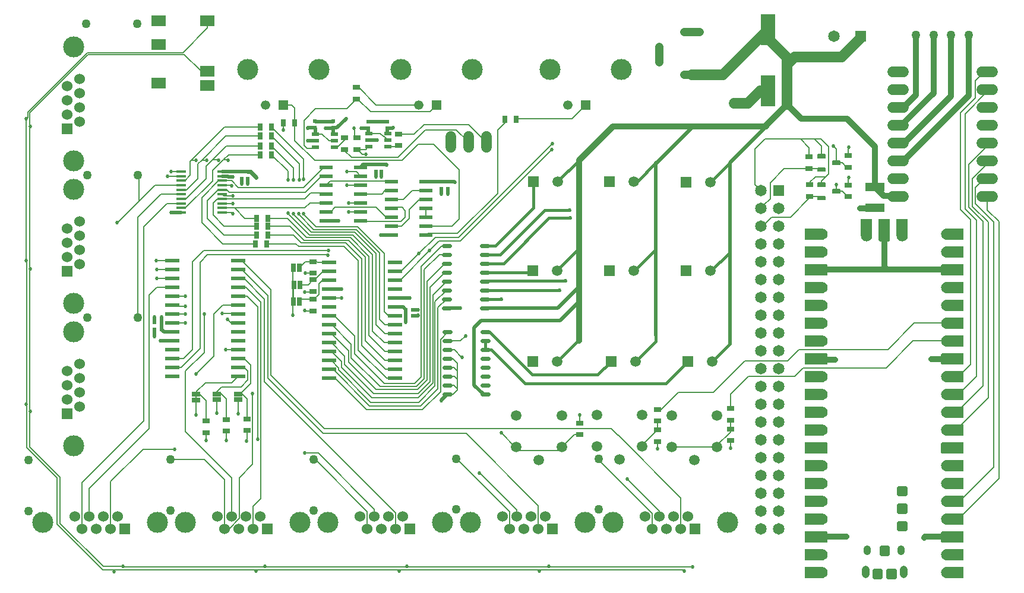
<source format=gbr>
G04 EAGLE Gerber RS-274X export*
G75*
%MOMM*%
%FSLAX34Y34*%
%LPD*%
%INTop Copper*%
%IPPOS*%
%AMOC8*
5,1,8,0,0,1.08239X$1,22.5*%
G01*
G04 Define Apertures*
%ADD10R,2.000000X1.500000*%
%ADD11R,2.715300X1.164600*%
%ADD12R,0.560000X0.629100*%
%ADD13R,2.115300X4.415700*%
%ADD14R,0.629100X0.560000*%
%ADD15R,1.500000X1.500000*%
%ADD16C,1.500000*%
%ADD17R,2.000000X0.600000*%
%ADD18C,1.524000*%
%ADD19R,0.635000X1.270000*%
%ADD20R,1.270000X0.635000*%
%ADD21R,1.335000X1.335000*%
%ADD22C,1.335000*%
%ADD23C,3.000000*%
%ADD24C,1.524000*%
%ADD25R,1.524000X1.524000*%
%ADD26C,1.200000*%
%ADD27C,1.260000*%
%ADD28R,0.973900X0.798700*%
%ADD29R,0.798700X0.973900*%
%ADD30R,1.409700X0.355600*%
%ADD31R,1.000000X1.000000*%
%ADD32C,0.600000*%
%ADD33C,1.100000*%
%ADD34C,1.050000*%
%ADD35R,1.981200X0.558800*%
%ADD36R,1.650000X1.650000*%
%ADD37C,1.650000*%
%ADD38C,0.150000*%
%ADD39R,0.977900X0.558800*%
%ADD40C,0.508000*%
%ADD41C,0.525000*%
%ADD42C,0.812800*%
%ADD43C,0.152400*%
%ADD44C,0.200000*%
%ADD45C,0.609600*%
%ADD46C,0.406400*%
G36*
X1136808Y76100D02*
X1136808Y92200D01*
X1166862Y92200D01*
X1167389Y92131D01*
X1167884Y91926D01*
X1168308Y91600D01*
X1168634Y91175D01*
X1168839Y90681D01*
X1168908Y90153D01*
X1168908Y78147D01*
X1168839Y77619D01*
X1168634Y77125D01*
X1168308Y76700D01*
X1167884Y76374D01*
X1167389Y76169D01*
X1166862Y76100D01*
X1136808Y76100D01*
G37*
G36*
X1136808Y76100D02*
X1136808Y92200D01*
X1166862Y92200D01*
X1167389Y92131D01*
X1167884Y91926D01*
X1168308Y91600D01*
X1168634Y91175D01*
X1168839Y90681D01*
X1168908Y90153D01*
X1168908Y78147D01*
X1168839Y77619D01*
X1168634Y77125D01*
X1168308Y76700D01*
X1167884Y76374D01*
X1167389Y76169D01*
X1166862Y76100D01*
X1136808Y76100D01*
G37*
G36*
X1136808Y203100D02*
X1136808Y219200D01*
X1166862Y219200D01*
X1167389Y219131D01*
X1167884Y218926D01*
X1168308Y218600D01*
X1168634Y218175D01*
X1168839Y217681D01*
X1168908Y217153D01*
X1168908Y205147D01*
X1168839Y204619D01*
X1168634Y204125D01*
X1168308Y203700D01*
X1167884Y203374D01*
X1167389Y203169D01*
X1166862Y203100D01*
X1136808Y203100D01*
G37*
G36*
X1136808Y203100D02*
X1136808Y219200D01*
X1166862Y219200D01*
X1167389Y219131D01*
X1167884Y218926D01*
X1168308Y218600D01*
X1168634Y218175D01*
X1168839Y217681D01*
X1168908Y217153D01*
X1168908Y205147D01*
X1168839Y204619D01*
X1168634Y204125D01*
X1168308Y203700D01*
X1167884Y203374D01*
X1167389Y203169D01*
X1166862Y203100D01*
X1136808Y203100D01*
G37*
G36*
X1136808Y330100D02*
X1136808Y346200D01*
X1166862Y346200D01*
X1167389Y346131D01*
X1167884Y345926D01*
X1168308Y345600D01*
X1168634Y345175D01*
X1168839Y344681D01*
X1168908Y344153D01*
X1168908Y332147D01*
X1168839Y331619D01*
X1168634Y331125D01*
X1168308Y330700D01*
X1167884Y330374D01*
X1167389Y330169D01*
X1166862Y330100D01*
X1136808Y330100D01*
G37*
G36*
X1136808Y330100D02*
X1136808Y346200D01*
X1166862Y346200D01*
X1167389Y346131D01*
X1167884Y345926D01*
X1168308Y345600D01*
X1168634Y345175D01*
X1168839Y344681D01*
X1168908Y344153D01*
X1168908Y332147D01*
X1168839Y331619D01*
X1168634Y331125D01*
X1168308Y330700D01*
X1167884Y330374D01*
X1167389Y330169D01*
X1166862Y330100D01*
X1136808Y330100D01*
G37*
G36*
X1136808Y457100D02*
X1136808Y473200D01*
X1166862Y473200D01*
X1167389Y473131D01*
X1167884Y472926D01*
X1168308Y472600D01*
X1168634Y472175D01*
X1168839Y471681D01*
X1168908Y471153D01*
X1168908Y459147D01*
X1168839Y458619D01*
X1168634Y458125D01*
X1168308Y457700D01*
X1167884Y457374D01*
X1167389Y457169D01*
X1166862Y457100D01*
X1136808Y457100D01*
G37*
G36*
X1136808Y457100D02*
X1136808Y473200D01*
X1166862Y473200D01*
X1167389Y473131D01*
X1167884Y472926D01*
X1168308Y472600D01*
X1168634Y472175D01*
X1168839Y471681D01*
X1168908Y471153D01*
X1168908Y459147D01*
X1168839Y458619D01*
X1168634Y458125D01*
X1168308Y457700D01*
X1167884Y457374D01*
X1167389Y457169D01*
X1166862Y457100D01*
X1136808Y457100D01*
G37*
G36*
X1241708Y507647D02*
X1241708Y537700D01*
X1257808Y537700D01*
X1257808Y507647D01*
X1257739Y507119D01*
X1257534Y506625D01*
X1257208Y506200D01*
X1256784Y505874D01*
X1256289Y505669D01*
X1255762Y505600D01*
X1243755Y505600D01*
X1243228Y505669D01*
X1242733Y505874D01*
X1242309Y506200D01*
X1241983Y506625D01*
X1241778Y507119D01*
X1241708Y507647D01*
G37*
G36*
X1241708Y507647D02*
X1241708Y537700D01*
X1257808Y537700D01*
X1257808Y507647D01*
X1257739Y507119D01*
X1257534Y506625D01*
X1257208Y506200D01*
X1256784Y505874D01*
X1256289Y505669D01*
X1255762Y505600D01*
X1243755Y505600D01*
X1243228Y505669D01*
X1242733Y505874D01*
X1242309Y506200D01*
X1241983Y506625D01*
X1241778Y507119D01*
X1241708Y507647D01*
G37*
G36*
X1332128Y92131D02*
X1332655Y92200D01*
X1362708Y92200D01*
X1362708Y76100D01*
X1332655Y76100D01*
X1332128Y76169D01*
X1331633Y76374D01*
X1331209Y76700D01*
X1330883Y77125D01*
X1330678Y77619D01*
X1330608Y78147D01*
X1330608Y90153D01*
X1330678Y90681D01*
X1330883Y91175D01*
X1331209Y91600D01*
X1331633Y91926D01*
X1332128Y92131D01*
G37*
G36*
X1332128Y92131D02*
X1332655Y92200D01*
X1362708Y92200D01*
X1362708Y76100D01*
X1332655Y76100D01*
X1332128Y76169D01*
X1331633Y76374D01*
X1331209Y76700D01*
X1330883Y77125D01*
X1330678Y77619D01*
X1330608Y78147D01*
X1330608Y90153D01*
X1330678Y90681D01*
X1330883Y91175D01*
X1331209Y91600D01*
X1331633Y91926D01*
X1332128Y92131D01*
G37*
G36*
X1332128Y219131D02*
X1332655Y219200D01*
X1362708Y219200D01*
X1362708Y203100D01*
X1332655Y203100D01*
X1332128Y203169D01*
X1331633Y203374D01*
X1331209Y203700D01*
X1330883Y204125D01*
X1330678Y204619D01*
X1330608Y205147D01*
X1330608Y217153D01*
X1330678Y217681D01*
X1330883Y218175D01*
X1331209Y218600D01*
X1331633Y218926D01*
X1332128Y219131D01*
G37*
G36*
X1332128Y219131D02*
X1332655Y219200D01*
X1362708Y219200D01*
X1362708Y203100D01*
X1332655Y203100D01*
X1332128Y203169D01*
X1331633Y203374D01*
X1331209Y203700D01*
X1330883Y204125D01*
X1330678Y204619D01*
X1330608Y205147D01*
X1330608Y217153D01*
X1330678Y217681D01*
X1330883Y218175D01*
X1331209Y218600D01*
X1331633Y218926D01*
X1332128Y219131D01*
G37*
G36*
X1332128Y346131D02*
X1332655Y346200D01*
X1362708Y346200D01*
X1362708Y330100D01*
X1332655Y330100D01*
X1332128Y330169D01*
X1331633Y330374D01*
X1331209Y330700D01*
X1330883Y331125D01*
X1330678Y331619D01*
X1330608Y332147D01*
X1330608Y344153D01*
X1330678Y344681D01*
X1330883Y345175D01*
X1331209Y345600D01*
X1331633Y345926D01*
X1332128Y346131D01*
G37*
G36*
X1332128Y346131D02*
X1332655Y346200D01*
X1362708Y346200D01*
X1362708Y330100D01*
X1332655Y330100D01*
X1332128Y330169D01*
X1331633Y330374D01*
X1331209Y330700D01*
X1330883Y331125D01*
X1330678Y331619D01*
X1330608Y332147D01*
X1330608Y344153D01*
X1330678Y344681D01*
X1330883Y345175D01*
X1331209Y345600D01*
X1331633Y345926D01*
X1332128Y346131D01*
G37*
G36*
X1332128Y473131D02*
X1332655Y473200D01*
X1362708Y473200D01*
X1362708Y457100D01*
X1332655Y457100D01*
X1332128Y457169D01*
X1331633Y457374D01*
X1331209Y457700D01*
X1330883Y458125D01*
X1330678Y458619D01*
X1330608Y459147D01*
X1330608Y471153D01*
X1330678Y471681D01*
X1330883Y472175D01*
X1331209Y472600D01*
X1331633Y472926D01*
X1332128Y473131D01*
G37*
G36*
X1332128Y473131D02*
X1332655Y473200D01*
X1362708Y473200D01*
X1362708Y457100D01*
X1332655Y457100D01*
X1332128Y457169D01*
X1331633Y457374D01*
X1331209Y457700D01*
X1330883Y458125D01*
X1330678Y458619D01*
X1330608Y459147D01*
X1330608Y471153D01*
X1330678Y471681D01*
X1330883Y472175D01*
X1331209Y472600D01*
X1331633Y472926D01*
X1332128Y473131D01*
G37*
G36*
X1136808Y25300D02*
X1136808Y41400D01*
X1160861Y41400D01*
X1162429Y41246D01*
X1163939Y40787D01*
X1165331Y40044D01*
X1166551Y39042D01*
X1167552Y37822D01*
X1168296Y36431D01*
X1168754Y34921D01*
X1168909Y33350D01*
X1168754Y31779D01*
X1168296Y30269D01*
X1167552Y28878D01*
X1166551Y27658D01*
X1165331Y26656D01*
X1163939Y25913D01*
X1162429Y25454D01*
X1160861Y25300D01*
X1136808Y25300D01*
G37*
G36*
X1136808Y25300D02*
X1136808Y41400D01*
X1160861Y41400D01*
X1162429Y41246D01*
X1163939Y40787D01*
X1165331Y40044D01*
X1166551Y39042D01*
X1167552Y37822D01*
X1168296Y36431D01*
X1168754Y34921D01*
X1168909Y33350D01*
X1168754Y31779D01*
X1168296Y30269D01*
X1167552Y28878D01*
X1166551Y27658D01*
X1165331Y26656D01*
X1163939Y25913D01*
X1162429Y25454D01*
X1160861Y25300D01*
X1136808Y25300D01*
G37*
G36*
X1136808Y50700D02*
X1136808Y66800D01*
X1160861Y66800D01*
X1162429Y66646D01*
X1163939Y66187D01*
X1165331Y65444D01*
X1166551Y64442D01*
X1167552Y63222D01*
X1168296Y61831D01*
X1168754Y60321D01*
X1168909Y58750D01*
X1168754Y57179D01*
X1168296Y55669D01*
X1167552Y54278D01*
X1166551Y53058D01*
X1165331Y52056D01*
X1163939Y51313D01*
X1162429Y50854D01*
X1160861Y50700D01*
X1136808Y50700D01*
G37*
G36*
X1136808Y50700D02*
X1136808Y66800D01*
X1160861Y66800D01*
X1162429Y66646D01*
X1163939Y66187D01*
X1165331Y65444D01*
X1166551Y64442D01*
X1167552Y63222D01*
X1168296Y61831D01*
X1168754Y60321D01*
X1168909Y58750D01*
X1168754Y57179D01*
X1168296Y55669D01*
X1167552Y54278D01*
X1166551Y53058D01*
X1165331Y52056D01*
X1163939Y51313D01*
X1162429Y50854D01*
X1160861Y50700D01*
X1136808Y50700D01*
G37*
G36*
X1136808Y101500D02*
X1136808Y117600D01*
X1160861Y117600D01*
X1162429Y117446D01*
X1163939Y116987D01*
X1165331Y116244D01*
X1166551Y115242D01*
X1167552Y114022D01*
X1168296Y112631D01*
X1168754Y111121D01*
X1168909Y109550D01*
X1168754Y107979D01*
X1168296Y106469D01*
X1167552Y105078D01*
X1166551Y103858D01*
X1165331Y102856D01*
X1163939Y102113D01*
X1162429Y101654D01*
X1160861Y101500D01*
X1136808Y101500D01*
G37*
G36*
X1136808Y101500D02*
X1136808Y117600D01*
X1160861Y117600D01*
X1162429Y117446D01*
X1163939Y116987D01*
X1165331Y116244D01*
X1166551Y115242D01*
X1167552Y114022D01*
X1168296Y112631D01*
X1168754Y111121D01*
X1168909Y109550D01*
X1168754Y107979D01*
X1168296Y106469D01*
X1167552Y105078D01*
X1166551Y103858D01*
X1165331Y102856D01*
X1163939Y102113D01*
X1162429Y101654D01*
X1160861Y101500D01*
X1136808Y101500D01*
G37*
G36*
X1136808Y126900D02*
X1136808Y143000D01*
X1160861Y143000D01*
X1162429Y142846D01*
X1163939Y142387D01*
X1165331Y141644D01*
X1166551Y140642D01*
X1167552Y139422D01*
X1168296Y138031D01*
X1168754Y136521D01*
X1168909Y134950D01*
X1168754Y133379D01*
X1168296Y131869D01*
X1167552Y130478D01*
X1166551Y129258D01*
X1165331Y128256D01*
X1163939Y127513D01*
X1162429Y127054D01*
X1160861Y126900D01*
X1136808Y126900D01*
G37*
G36*
X1136808Y126900D02*
X1136808Y143000D01*
X1160861Y143000D01*
X1162429Y142846D01*
X1163939Y142387D01*
X1165331Y141644D01*
X1166551Y140642D01*
X1167552Y139422D01*
X1168296Y138031D01*
X1168754Y136521D01*
X1168909Y134950D01*
X1168754Y133379D01*
X1168296Y131869D01*
X1167552Y130478D01*
X1166551Y129258D01*
X1165331Y128256D01*
X1163939Y127513D01*
X1162429Y127054D01*
X1160861Y126900D01*
X1136808Y126900D01*
G37*
G36*
X1136808Y152300D02*
X1136808Y168400D01*
X1160861Y168400D01*
X1162429Y168246D01*
X1163939Y167787D01*
X1165331Y167044D01*
X1166551Y166042D01*
X1167552Y164822D01*
X1168296Y163431D01*
X1168754Y161921D01*
X1168909Y160350D01*
X1168754Y158779D01*
X1168296Y157269D01*
X1167552Y155878D01*
X1166551Y154658D01*
X1165331Y153656D01*
X1163939Y152913D01*
X1162429Y152454D01*
X1160861Y152300D01*
X1136808Y152300D01*
G37*
G36*
X1136808Y152300D02*
X1136808Y168400D01*
X1160861Y168400D01*
X1162429Y168246D01*
X1163939Y167787D01*
X1165331Y167044D01*
X1166551Y166042D01*
X1167552Y164822D01*
X1168296Y163431D01*
X1168754Y161921D01*
X1168909Y160350D01*
X1168754Y158779D01*
X1168296Y157269D01*
X1167552Y155878D01*
X1166551Y154658D01*
X1165331Y153656D01*
X1163939Y152913D01*
X1162429Y152454D01*
X1160861Y152300D01*
X1136808Y152300D01*
G37*
G36*
X1136808Y177700D02*
X1136808Y193800D01*
X1160861Y193800D01*
X1162429Y193646D01*
X1163939Y193187D01*
X1165331Y192444D01*
X1166551Y191442D01*
X1167552Y190222D01*
X1168296Y188831D01*
X1168754Y187321D01*
X1168909Y185750D01*
X1168754Y184179D01*
X1168296Y182669D01*
X1167552Y181278D01*
X1166551Y180058D01*
X1165331Y179056D01*
X1163939Y178313D01*
X1162429Y177854D01*
X1160861Y177700D01*
X1136808Y177700D01*
G37*
G36*
X1136808Y177700D02*
X1136808Y193800D01*
X1160861Y193800D01*
X1162429Y193646D01*
X1163939Y193187D01*
X1165331Y192444D01*
X1166551Y191442D01*
X1167552Y190222D01*
X1168296Y188831D01*
X1168754Y187321D01*
X1168909Y185750D01*
X1168754Y184179D01*
X1168296Y182669D01*
X1167552Y181278D01*
X1166551Y180058D01*
X1165331Y179056D01*
X1163939Y178313D01*
X1162429Y177854D01*
X1160861Y177700D01*
X1136808Y177700D01*
G37*
G36*
X1136808Y228500D02*
X1136808Y244600D01*
X1160861Y244600D01*
X1162429Y244446D01*
X1163939Y243987D01*
X1165331Y243244D01*
X1166551Y242242D01*
X1167552Y241022D01*
X1168296Y239631D01*
X1168754Y238121D01*
X1168909Y236550D01*
X1168754Y234979D01*
X1168296Y233469D01*
X1167552Y232078D01*
X1166551Y230858D01*
X1165331Y229856D01*
X1163939Y229113D01*
X1162429Y228654D01*
X1160861Y228500D01*
X1136808Y228500D01*
G37*
G36*
X1136808Y228500D02*
X1136808Y244600D01*
X1160861Y244600D01*
X1162429Y244446D01*
X1163939Y243987D01*
X1165331Y243244D01*
X1166551Y242242D01*
X1167552Y241022D01*
X1168296Y239631D01*
X1168754Y238121D01*
X1168909Y236550D01*
X1168754Y234979D01*
X1168296Y233469D01*
X1167552Y232078D01*
X1166551Y230858D01*
X1165331Y229856D01*
X1163939Y229113D01*
X1162429Y228654D01*
X1160861Y228500D01*
X1136808Y228500D01*
G37*
G36*
X1136808Y253900D02*
X1136808Y270000D01*
X1160861Y270000D01*
X1162429Y269846D01*
X1163939Y269387D01*
X1165331Y268644D01*
X1166551Y267642D01*
X1167552Y266422D01*
X1168296Y265031D01*
X1168754Y263521D01*
X1168909Y261950D01*
X1168754Y260379D01*
X1168296Y258869D01*
X1167552Y257478D01*
X1166551Y256258D01*
X1165331Y255256D01*
X1163939Y254513D01*
X1162429Y254054D01*
X1160861Y253900D01*
X1136808Y253900D01*
G37*
G36*
X1136808Y253900D02*
X1136808Y270000D01*
X1160861Y270000D01*
X1162429Y269846D01*
X1163939Y269387D01*
X1165331Y268644D01*
X1166551Y267642D01*
X1167552Y266422D01*
X1168296Y265031D01*
X1168754Y263521D01*
X1168909Y261950D01*
X1168754Y260379D01*
X1168296Y258869D01*
X1167552Y257478D01*
X1166551Y256258D01*
X1165331Y255256D01*
X1163939Y254513D01*
X1162429Y254054D01*
X1160861Y253900D01*
X1136808Y253900D01*
G37*
G36*
X1136808Y279300D02*
X1136808Y295400D01*
X1160861Y295400D01*
X1162429Y295246D01*
X1163939Y294787D01*
X1165331Y294044D01*
X1166551Y293042D01*
X1167552Y291822D01*
X1168296Y290431D01*
X1168754Y288921D01*
X1168909Y287350D01*
X1168754Y285779D01*
X1168296Y284269D01*
X1167552Y282878D01*
X1166551Y281658D01*
X1165331Y280656D01*
X1163939Y279913D01*
X1162429Y279454D01*
X1160861Y279300D01*
X1136808Y279300D01*
G37*
G36*
X1136808Y279300D02*
X1136808Y295400D01*
X1160861Y295400D01*
X1162429Y295246D01*
X1163939Y294787D01*
X1165331Y294044D01*
X1166551Y293042D01*
X1167552Y291822D01*
X1168296Y290431D01*
X1168754Y288921D01*
X1168909Y287350D01*
X1168754Y285779D01*
X1168296Y284269D01*
X1167552Y282878D01*
X1166551Y281658D01*
X1165331Y280656D01*
X1163939Y279913D01*
X1162429Y279454D01*
X1160861Y279300D01*
X1136808Y279300D01*
G37*
G36*
X1136808Y304700D02*
X1136808Y320800D01*
X1160861Y320800D01*
X1162429Y320646D01*
X1163939Y320187D01*
X1165331Y319444D01*
X1166551Y318442D01*
X1167552Y317222D01*
X1168296Y315831D01*
X1168754Y314321D01*
X1168909Y312750D01*
X1168754Y311179D01*
X1168296Y309669D01*
X1167552Y308278D01*
X1166551Y307058D01*
X1165331Y306056D01*
X1163939Y305313D01*
X1162429Y304854D01*
X1160861Y304700D01*
X1136808Y304700D01*
G37*
G36*
X1136808Y304700D02*
X1136808Y320800D01*
X1160861Y320800D01*
X1162429Y320646D01*
X1163939Y320187D01*
X1165331Y319444D01*
X1166551Y318442D01*
X1167552Y317222D01*
X1168296Y315831D01*
X1168754Y314321D01*
X1168909Y312750D01*
X1168754Y311179D01*
X1168296Y309669D01*
X1167552Y308278D01*
X1166551Y307058D01*
X1165331Y306056D01*
X1163939Y305313D01*
X1162429Y304854D01*
X1160861Y304700D01*
X1136808Y304700D01*
G37*
G36*
X1136808Y355500D02*
X1136808Y371600D01*
X1160861Y371600D01*
X1162429Y371446D01*
X1163939Y370987D01*
X1165331Y370244D01*
X1166551Y369242D01*
X1167552Y368022D01*
X1168296Y366631D01*
X1168754Y365121D01*
X1168909Y363550D01*
X1168754Y361979D01*
X1168296Y360469D01*
X1167552Y359078D01*
X1166551Y357858D01*
X1165331Y356856D01*
X1163939Y356113D01*
X1162429Y355654D01*
X1160861Y355500D01*
X1136808Y355500D01*
G37*
G36*
X1136808Y355500D02*
X1136808Y371600D01*
X1160861Y371600D01*
X1162429Y371446D01*
X1163939Y370987D01*
X1165331Y370244D01*
X1166551Y369242D01*
X1167552Y368022D01*
X1168296Y366631D01*
X1168754Y365121D01*
X1168909Y363550D01*
X1168754Y361979D01*
X1168296Y360469D01*
X1167552Y359078D01*
X1166551Y357858D01*
X1165331Y356856D01*
X1163939Y356113D01*
X1162429Y355654D01*
X1160861Y355500D01*
X1136808Y355500D01*
G37*
G36*
X1136808Y380900D02*
X1136808Y397000D01*
X1160861Y397000D01*
X1162429Y396846D01*
X1163939Y396387D01*
X1165331Y395644D01*
X1166551Y394642D01*
X1167552Y393422D01*
X1168296Y392031D01*
X1168754Y390521D01*
X1168909Y388950D01*
X1168754Y387379D01*
X1168296Y385869D01*
X1167552Y384478D01*
X1166551Y383258D01*
X1165331Y382256D01*
X1163939Y381513D01*
X1162429Y381054D01*
X1160861Y380900D01*
X1136808Y380900D01*
G37*
G36*
X1136808Y380900D02*
X1136808Y397000D01*
X1160861Y397000D01*
X1162429Y396846D01*
X1163939Y396387D01*
X1165331Y395644D01*
X1166551Y394642D01*
X1167552Y393422D01*
X1168296Y392031D01*
X1168754Y390521D01*
X1168909Y388950D01*
X1168754Y387379D01*
X1168296Y385869D01*
X1167552Y384478D01*
X1166551Y383258D01*
X1165331Y382256D01*
X1163939Y381513D01*
X1162429Y381054D01*
X1160861Y380900D01*
X1136808Y380900D01*
G37*
G36*
X1136808Y406300D02*
X1136808Y422400D01*
X1160861Y422400D01*
X1162429Y422246D01*
X1163939Y421787D01*
X1165331Y421044D01*
X1166551Y420042D01*
X1167552Y418822D01*
X1168296Y417431D01*
X1168754Y415921D01*
X1168909Y414350D01*
X1168754Y412779D01*
X1168296Y411269D01*
X1167552Y409878D01*
X1166551Y408658D01*
X1165331Y407656D01*
X1163939Y406913D01*
X1162429Y406454D01*
X1160861Y406300D01*
X1136808Y406300D01*
G37*
G36*
X1136808Y406300D02*
X1136808Y422400D01*
X1160861Y422400D01*
X1162429Y422246D01*
X1163939Y421787D01*
X1165331Y421044D01*
X1166551Y420042D01*
X1167552Y418822D01*
X1168296Y417431D01*
X1168754Y415921D01*
X1168909Y414350D01*
X1168754Y412779D01*
X1168296Y411269D01*
X1167552Y409878D01*
X1166551Y408658D01*
X1165331Y407656D01*
X1163939Y406913D01*
X1162429Y406454D01*
X1160861Y406300D01*
X1136808Y406300D01*
G37*
G36*
X1136808Y431700D02*
X1136808Y447800D01*
X1160861Y447800D01*
X1162429Y447646D01*
X1163939Y447187D01*
X1165331Y446444D01*
X1166551Y445442D01*
X1167552Y444222D01*
X1168296Y442831D01*
X1168754Y441321D01*
X1168909Y439750D01*
X1168754Y438179D01*
X1168296Y436669D01*
X1167552Y435278D01*
X1166551Y434058D01*
X1165331Y433056D01*
X1163939Y432313D01*
X1162429Y431854D01*
X1160861Y431700D01*
X1136808Y431700D01*
G37*
G36*
X1136808Y431700D02*
X1136808Y447800D01*
X1160861Y447800D01*
X1162429Y447646D01*
X1163939Y447187D01*
X1165331Y446444D01*
X1166551Y445442D01*
X1167552Y444222D01*
X1168296Y442831D01*
X1168754Y441321D01*
X1168909Y439750D01*
X1168754Y438179D01*
X1168296Y436669D01*
X1167552Y435278D01*
X1166551Y434058D01*
X1165331Y433056D01*
X1163939Y432313D01*
X1162429Y431854D01*
X1160861Y431700D01*
X1136808Y431700D01*
G37*
G36*
X1136808Y482500D02*
X1136808Y498600D01*
X1160861Y498600D01*
X1162429Y498446D01*
X1163939Y497987D01*
X1165331Y497244D01*
X1166551Y496242D01*
X1167552Y495022D01*
X1168296Y493631D01*
X1168754Y492121D01*
X1168909Y490550D01*
X1168754Y488979D01*
X1168296Y487469D01*
X1167552Y486078D01*
X1166551Y484858D01*
X1165331Y483856D01*
X1163939Y483113D01*
X1162429Y482654D01*
X1160861Y482500D01*
X1136808Y482500D01*
G37*
G36*
X1136808Y482500D02*
X1136808Y498600D01*
X1160861Y498600D01*
X1162429Y498446D01*
X1163939Y497987D01*
X1165331Y497244D01*
X1166551Y496242D01*
X1167552Y495022D01*
X1168296Y493631D01*
X1168754Y492121D01*
X1168909Y490550D01*
X1168754Y488979D01*
X1168296Y487469D01*
X1167552Y486078D01*
X1166551Y484858D01*
X1165331Y483856D01*
X1163939Y483113D01*
X1162429Y482654D01*
X1160861Y482500D01*
X1136808Y482500D01*
G37*
G36*
X1136808Y507900D02*
X1136808Y524000D01*
X1160861Y524000D01*
X1162429Y523846D01*
X1163939Y523387D01*
X1165331Y522644D01*
X1166551Y521642D01*
X1167552Y520422D01*
X1168296Y519031D01*
X1168754Y517521D01*
X1168909Y515950D01*
X1168754Y514379D01*
X1168296Y512869D01*
X1167552Y511478D01*
X1166551Y510258D01*
X1165331Y509256D01*
X1163939Y508513D01*
X1162429Y508054D01*
X1160861Y507900D01*
X1136808Y507900D01*
G37*
G36*
X1136808Y507900D02*
X1136808Y524000D01*
X1160861Y524000D01*
X1162429Y523846D01*
X1163939Y523387D01*
X1165331Y522644D01*
X1166551Y521642D01*
X1167552Y520422D01*
X1168296Y519031D01*
X1168754Y517521D01*
X1168909Y515950D01*
X1168754Y514379D01*
X1168296Y512869D01*
X1167552Y511478D01*
X1166551Y510258D01*
X1165331Y509256D01*
X1163939Y508513D01*
X1162429Y508054D01*
X1160861Y507900D01*
X1136808Y507900D01*
G37*
G36*
X1216308Y513648D02*
X1216308Y537700D01*
X1232408Y537700D01*
X1232408Y513648D01*
X1232254Y512079D01*
X1231796Y510569D01*
X1231052Y509178D01*
X1230051Y507958D01*
X1228831Y506956D01*
X1227439Y506213D01*
X1225929Y505754D01*
X1224358Y505600D01*
X1222788Y505754D01*
X1221278Y506213D01*
X1219886Y506956D01*
X1218666Y507958D01*
X1217665Y509178D01*
X1216921Y510569D01*
X1216463Y512079D01*
X1216308Y513648D01*
G37*
G36*
X1216308Y513648D02*
X1216308Y537700D01*
X1232408Y537700D01*
X1232408Y513648D01*
X1232254Y512079D01*
X1231796Y510569D01*
X1231052Y509178D01*
X1230051Y507958D01*
X1228831Y506956D01*
X1227439Y506213D01*
X1225929Y505754D01*
X1224358Y505600D01*
X1222788Y505754D01*
X1221278Y506213D01*
X1219886Y506956D01*
X1218666Y507958D01*
X1217665Y509178D01*
X1216921Y510569D01*
X1216463Y512079D01*
X1216308Y513648D01*
G37*
G36*
X1267108Y513648D02*
X1267108Y537700D01*
X1283208Y537700D01*
X1283208Y513648D01*
X1283054Y512079D01*
X1282596Y510569D01*
X1281852Y509178D01*
X1280851Y507958D01*
X1279631Y506956D01*
X1278239Y506213D01*
X1276729Y505754D01*
X1275158Y505600D01*
X1273588Y505754D01*
X1272078Y506213D01*
X1270686Y506956D01*
X1269466Y507958D01*
X1268465Y509178D01*
X1267721Y510569D01*
X1267263Y512079D01*
X1267108Y513648D01*
G37*
G36*
X1267108Y513648D02*
X1267108Y537700D01*
X1283208Y537700D01*
X1283208Y513648D01*
X1283054Y512079D01*
X1282596Y510569D01*
X1281852Y509178D01*
X1280851Y507958D01*
X1279631Y506956D01*
X1278239Y506213D01*
X1276729Y505754D01*
X1275158Y505600D01*
X1273588Y505754D01*
X1272078Y506213D01*
X1270686Y506956D01*
X1269466Y507958D01*
X1268465Y509178D01*
X1267721Y510569D01*
X1267263Y512079D01*
X1267108Y513648D01*
G37*
G36*
X1337088Y41246D02*
X1338656Y41400D01*
X1362708Y41400D01*
X1362708Y25300D01*
X1338656Y25300D01*
X1337088Y25454D01*
X1335578Y25913D01*
X1334186Y26656D01*
X1332966Y27658D01*
X1331965Y28878D01*
X1331221Y30269D01*
X1330763Y31779D01*
X1330608Y33350D01*
X1330763Y34921D01*
X1331221Y36431D01*
X1331965Y37822D01*
X1332966Y39042D01*
X1334186Y40044D01*
X1335578Y40787D01*
X1337088Y41246D01*
G37*
G36*
X1337088Y41246D02*
X1338656Y41400D01*
X1362708Y41400D01*
X1362708Y25300D01*
X1338656Y25300D01*
X1337088Y25454D01*
X1335578Y25913D01*
X1334186Y26656D01*
X1332966Y27658D01*
X1331965Y28878D01*
X1331221Y30269D01*
X1330763Y31779D01*
X1330608Y33350D01*
X1330763Y34921D01*
X1331221Y36431D01*
X1331965Y37822D01*
X1332966Y39042D01*
X1334186Y40044D01*
X1335578Y40787D01*
X1337088Y41246D01*
G37*
G36*
X1337088Y66646D02*
X1338656Y66800D01*
X1362708Y66800D01*
X1362708Y50700D01*
X1338656Y50700D01*
X1337088Y50854D01*
X1335578Y51313D01*
X1334186Y52056D01*
X1332966Y53058D01*
X1331965Y54278D01*
X1331221Y55669D01*
X1330763Y57179D01*
X1330608Y58750D01*
X1330763Y60321D01*
X1331221Y61831D01*
X1331965Y63222D01*
X1332966Y64442D01*
X1334186Y65444D01*
X1335578Y66187D01*
X1337088Y66646D01*
G37*
G36*
X1337088Y66646D02*
X1338656Y66800D01*
X1362708Y66800D01*
X1362708Y50700D01*
X1338656Y50700D01*
X1337088Y50854D01*
X1335578Y51313D01*
X1334186Y52056D01*
X1332966Y53058D01*
X1331965Y54278D01*
X1331221Y55669D01*
X1330763Y57179D01*
X1330608Y58750D01*
X1330763Y60321D01*
X1331221Y61831D01*
X1331965Y63222D01*
X1332966Y64442D01*
X1334186Y65444D01*
X1335578Y66187D01*
X1337088Y66646D01*
G37*
G36*
X1337088Y117446D02*
X1338656Y117600D01*
X1362708Y117600D01*
X1362708Y101500D01*
X1338656Y101500D01*
X1337088Y101654D01*
X1335578Y102113D01*
X1334186Y102856D01*
X1332966Y103858D01*
X1331965Y105078D01*
X1331221Y106469D01*
X1330763Y107979D01*
X1330608Y109550D01*
X1330763Y111121D01*
X1331221Y112631D01*
X1331965Y114022D01*
X1332966Y115242D01*
X1334186Y116244D01*
X1335578Y116987D01*
X1337088Y117446D01*
G37*
G36*
X1337088Y117446D02*
X1338656Y117600D01*
X1362708Y117600D01*
X1362708Y101500D01*
X1338656Y101500D01*
X1337088Y101654D01*
X1335578Y102113D01*
X1334186Y102856D01*
X1332966Y103858D01*
X1331965Y105078D01*
X1331221Y106469D01*
X1330763Y107979D01*
X1330608Y109550D01*
X1330763Y111121D01*
X1331221Y112631D01*
X1331965Y114022D01*
X1332966Y115242D01*
X1334186Y116244D01*
X1335578Y116987D01*
X1337088Y117446D01*
G37*
G36*
X1337088Y142846D02*
X1338656Y143000D01*
X1362708Y143000D01*
X1362708Y126900D01*
X1338656Y126900D01*
X1337088Y127054D01*
X1335578Y127513D01*
X1334186Y128256D01*
X1332966Y129258D01*
X1331965Y130478D01*
X1331221Y131869D01*
X1330763Y133379D01*
X1330608Y134950D01*
X1330763Y136521D01*
X1331221Y138031D01*
X1331965Y139422D01*
X1332966Y140642D01*
X1334186Y141644D01*
X1335578Y142387D01*
X1337088Y142846D01*
G37*
G36*
X1337088Y142846D02*
X1338656Y143000D01*
X1362708Y143000D01*
X1362708Y126900D01*
X1338656Y126900D01*
X1337088Y127054D01*
X1335578Y127513D01*
X1334186Y128256D01*
X1332966Y129258D01*
X1331965Y130478D01*
X1331221Y131869D01*
X1330763Y133379D01*
X1330608Y134950D01*
X1330763Y136521D01*
X1331221Y138031D01*
X1331965Y139422D01*
X1332966Y140642D01*
X1334186Y141644D01*
X1335578Y142387D01*
X1337088Y142846D01*
G37*
G36*
X1337088Y168246D02*
X1338656Y168400D01*
X1362708Y168400D01*
X1362708Y152300D01*
X1338656Y152300D01*
X1337088Y152454D01*
X1335578Y152913D01*
X1334186Y153656D01*
X1332966Y154658D01*
X1331965Y155878D01*
X1331221Y157269D01*
X1330763Y158779D01*
X1330608Y160350D01*
X1330763Y161921D01*
X1331221Y163431D01*
X1331965Y164822D01*
X1332966Y166042D01*
X1334186Y167044D01*
X1335578Y167787D01*
X1337088Y168246D01*
G37*
G36*
X1337088Y168246D02*
X1338656Y168400D01*
X1362708Y168400D01*
X1362708Y152300D01*
X1338656Y152300D01*
X1337088Y152454D01*
X1335578Y152913D01*
X1334186Y153656D01*
X1332966Y154658D01*
X1331965Y155878D01*
X1331221Y157269D01*
X1330763Y158779D01*
X1330608Y160350D01*
X1330763Y161921D01*
X1331221Y163431D01*
X1331965Y164822D01*
X1332966Y166042D01*
X1334186Y167044D01*
X1335578Y167787D01*
X1337088Y168246D01*
G37*
G36*
X1337088Y193646D02*
X1338656Y193800D01*
X1362708Y193800D01*
X1362708Y177700D01*
X1338656Y177700D01*
X1337088Y177854D01*
X1335578Y178313D01*
X1334186Y179056D01*
X1332966Y180058D01*
X1331965Y181278D01*
X1331221Y182669D01*
X1330763Y184179D01*
X1330608Y185750D01*
X1330763Y187321D01*
X1331221Y188831D01*
X1331965Y190222D01*
X1332966Y191442D01*
X1334186Y192444D01*
X1335578Y193187D01*
X1337088Y193646D01*
G37*
G36*
X1337088Y193646D02*
X1338656Y193800D01*
X1362708Y193800D01*
X1362708Y177700D01*
X1338656Y177700D01*
X1337088Y177854D01*
X1335578Y178313D01*
X1334186Y179056D01*
X1332966Y180058D01*
X1331965Y181278D01*
X1331221Y182669D01*
X1330763Y184179D01*
X1330608Y185750D01*
X1330763Y187321D01*
X1331221Y188831D01*
X1331965Y190222D01*
X1332966Y191442D01*
X1334186Y192444D01*
X1335578Y193187D01*
X1337088Y193646D01*
G37*
G36*
X1337088Y244446D02*
X1338656Y244600D01*
X1362708Y244600D01*
X1362708Y228500D01*
X1338656Y228500D01*
X1337088Y228654D01*
X1335578Y229113D01*
X1334186Y229856D01*
X1332966Y230858D01*
X1331965Y232078D01*
X1331221Y233469D01*
X1330763Y234979D01*
X1330608Y236550D01*
X1330763Y238121D01*
X1331221Y239631D01*
X1331965Y241022D01*
X1332966Y242242D01*
X1334186Y243244D01*
X1335578Y243987D01*
X1337088Y244446D01*
G37*
G36*
X1337088Y244446D02*
X1338656Y244600D01*
X1362708Y244600D01*
X1362708Y228500D01*
X1338656Y228500D01*
X1337088Y228654D01*
X1335578Y229113D01*
X1334186Y229856D01*
X1332966Y230858D01*
X1331965Y232078D01*
X1331221Y233469D01*
X1330763Y234979D01*
X1330608Y236550D01*
X1330763Y238121D01*
X1331221Y239631D01*
X1331965Y241022D01*
X1332966Y242242D01*
X1334186Y243244D01*
X1335578Y243987D01*
X1337088Y244446D01*
G37*
G36*
X1337088Y269846D02*
X1338656Y270000D01*
X1362708Y270000D01*
X1362708Y253900D01*
X1338656Y253900D01*
X1337088Y254054D01*
X1335578Y254513D01*
X1334186Y255256D01*
X1332966Y256258D01*
X1331965Y257478D01*
X1331221Y258869D01*
X1330763Y260379D01*
X1330608Y261950D01*
X1330763Y263521D01*
X1331221Y265031D01*
X1331965Y266422D01*
X1332966Y267642D01*
X1334186Y268644D01*
X1335578Y269387D01*
X1337088Y269846D01*
G37*
G36*
X1337088Y269846D02*
X1338656Y270000D01*
X1362708Y270000D01*
X1362708Y253900D01*
X1338656Y253900D01*
X1337088Y254054D01*
X1335578Y254513D01*
X1334186Y255256D01*
X1332966Y256258D01*
X1331965Y257478D01*
X1331221Y258869D01*
X1330763Y260379D01*
X1330608Y261950D01*
X1330763Y263521D01*
X1331221Y265031D01*
X1331965Y266422D01*
X1332966Y267642D01*
X1334186Y268644D01*
X1335578Y269387D01*
X1337088Y269846D01*
G37*
G36*
X1337088Y295246D02*
X1338656Y295400D01*
X1362708Y295400D01*
X1362708Y279300D01*
X1338656Y279300D01*
X1337088Y279454D01*
X1335578Y279913D01*
X1334186Y280656D01*
X1332966Y281658D01*
X1331965Y282878D01*
X1331221Y284269D01*
X1330763Y285779D01*
X1330608Y287350D01*
X1330763Y288921D01*
X1331221Y290431D01*
X1331965Y291822D01*
X1332966Y293042D01*
X1334186Y294044D01*
X1335578Y294787D01*
X1337088Y295246D01*
G37*
G36*
X1337088Y295246D02*
X1338656Y295400D01*
X1362708Y295400D01*
X1362708Y279300D01*
X1338656Y279300D01*
X1337088Y279454D01*
X1335578Y279913D01*
X1334186Y280656D01*
X1332966Y281658D01*
X1331965Y282878D01*
X1331221Y284269D01*
X1330763Y285779D01*
X1330608Y287350D01*
X1330763Y288921D01*
X1331221Y290431D01*
X1331965Y291822D01*
X1332966Y293042D01*
X1334186Y294044D01*
X1335578Y294787D01*
X1337088Y295246D01*
G37*
G36*
X1337088Y320646D02*
X1338656Y320800D01*
X1362708Y320800D01*
X1362708Y304700D01*
X1338656Y304700D01*
X1337088Y304854D01*
X1335578Y305313D01*
X1334186Y306056D01*
X1332966Y307058D01*
X1331965Y308278D01*
X1331221Y309669D01*
X1330763Y311179D01*
X1330608Y312750D01*
X1330763Y314321D01*
X1331221Y315831D01*
X1331965Y317222D01*
X1332966Y318442D01*
X1334186Y319444D01*
X1335578Y320187D01*
X1337088Y320646D01*
G37*
G36*
X1337088Y320646D02*
X1338656Y320800D01*
X1362708Y320800D01*
X1362708Y304700D01*
X1338656Y304700D01*
X1337088Y304854D01*
X1335578Y305313D01*
X1334186Y306056D01*
X1332966Y307058D01*
X1331965Y308278D01*
X1331221Y309669D01*
X1330763Y311179D01*
X1330608Y312750D01*
X1330763Y314321D01*
X1331221Y315831D01*
X1331965Y317222D01*
X1332966Y318442D01*
X1334186Y319444D01*
X1335578Y320187D01*
X1337088Y320646D01*
G37*
G36*
X1337088Y371446D02*
X1338656Y371600D01*
X1362708Y371600D01*
X1362708Y355500D01*
X1338656Y355500D01*
X1337088Y355654D01*
X1335578Y356113D01*
X1334186Y356856D01*
X1332966Y357858D01*
X1331965Y359078D01*
X1331221Y360469D01*
X1330763Y361979D01*
X1330608Y363550D01*
X1330763Y365121D01*
X1331221Y366631D01*
X1331965Y368022D01*
X1332966Y369242D01*
X1334186Y370244D01*
X1335578Y370987D01*
X1337088Y371446D01*
G37*
G36*
X1337088Y371446D02*
X1338656Y371600D01*
X1362708Y371600D01*
X1362708Y355500D01*
X1338656Y355500D01*
X1337088Y355654D01*
X1335578Y356113D01*
X1334186Y356856D01*
X1332966Y357858D01*
X1331965Y359078D01*
X1331221Y360469D01*
X1330763Y361979D01*
X1330608Y363550D01*
X1330763Y365121D01*
X1331221Y366631D01*
X1331965Y368022D01*
X1332966Y369242D01*
X1334186Y370244D01*
X1335578Y370987D01*
X1337088Y371446D01*
G37*
G36*
X1337088Y396846D02*
X1338656Y397000D01*
X1362708Y397000D01*
X1362708Y380900D01*
X1338656Y380900D01*
X1337088Y381054D01*
X1335578Y381513D01*
X1334186Y382256D01*
X1332966Y383258D01*
X1331965Y384478D01*
X1331221Y385869D01*
X1330763Y387379D01*
X1330608Y388950D01*
X1330763Y390521D01*
X1331221Y392031D01*
X1331965Y393422D01*
X1332966Y394642D01*
X1334186Y395644D01*
X1335578Y396387D01*
X1337088Y396846D01*
G37*
G36*
X1337088Y396846D02*
X1338656Y397000D01*
X1362708Y397000D01*
X1362708Y380900D01*
X1338656Y380900D01*
X1337088Y381054D01*
X1335578Y381513D01*
X1334186Y382256D01*
X1332966Y383258D01*
X1331965Y384478D01*
X1331221Y385869D01*
X1330763Y387379D01*
X1330608Y388950D01*
X1330763Y390521D01*
X1331221Y392031D01*
X1331965Y393422D01*
X1332966Y394642D01*
X1334186Y395644D01*
X1335578Y396387D01*
X1337088Y396846D01*
G37*
G36*
X1337088Y422246D02*
X1338656Y422400D01*
X1362708Y422400D01*
X1362708Y406300D01*
X1338656Y406300D01*
X1337088Y406454D01*
X1335578Y406913D01*
X1334186Y407656D01*
X1332966Y408658D01*
X1331965Y409878D01*
X1331221Y411269D01*
X1330763Y412779D01*
X1330608Y414350D01*
X1330763Y415921D01*
X1331221Y417431D01*
X1331965Y418822D01*
X1332966Y420042D01*
X1334186Y421044D01*
X1335578Y421787D01*
X1337088Y422246D01*
G37*
G36*
X1337088Y422246D02*
X1338656Y422400D01*
X1362708Y422400D01*
X1362708Y406300D01*
X1338656Y406300D01*
X1337088Y406454D01*
X1335578Y406913D01*
X1334186Y407656D01*
X1332966Y408658D01*
X1331965Y409878D01*
X1331221Y411269D01*
X1330763Y412779D01*
X1330608Y414350D01*
X1330763Y415921D01*
X1331221Y417431D01*
X1331965Y418822D01*
X1332966Y420042D01*
X1334186Y421044D01*
X1335578Y421787D01*
X1337088Y422246D01*
G37*
G36*
X1337088Y447646D02*
X1338656Y447800D01*
X1362708Y447800D01*
X1362708Y431700D01*
X1338656Y431700D01*
X1337088Y431854D01*
X1335578Y432313D01*
X1334186Y433056D01*
X1332966Y434058D01*
X1331965Y435278D01*
X1331221Y436669D01*
X1330763Y438179D01*
X1330608Y439750D01*
X1330763Y441321D01*
X1331221Y442831D01*
X1331965Y444222D01*
X1332966Y445442D01*
X1334186Y446444D01*
X1335578Y447187D01*
X1337088Y447646D01*
G37*
G36*
X1337088Y447646D02*
X1338656Y447800D01*
X1362708Y447800D01*
X1362708Y431700D01*
X1338656Y431700D01*
X1337088Y431854D01*
X1335578Y432313D01*
X1334186Y433056D01*
X1332966Y434058D01*
X1331965Y435278D01*
X1331221Y436669D01*
X1330763Y438179D01*
X1330608Y439750D01*
X1330763Y441321D01*
X1331221Y442831D01*
X1331965Y444222D01*
X1332966Y445442D01*
X1334186Y446444D01*
X1335578Y447187D01*
X1337088Y447646D01*
G37*
G36*
X1337088Y498446D02*
X1338656Y498600D01*
X1362708Y498600D01*
X1362708Y482500D01*
X1338656Y482500D01*
X1337088Y482654D01*
X1335578Y483113D01*
X1334186Y483856D01*
X1332966Y484858D01*
X1331965Y486078D01*
X1331221Y487469D01*
X1330763Y488979D01*
X1330608Y490550D01*
X1330763Y492121D01*
X1331221Y493631D01*
X1331965Y495022D01*
X1332966Y496242D01*
X1334186Y497244D01*
X1335578Y497987D01*
X1337088Y498446D01*
G37*
G36*
X1337088Y498446D02*
X1338656Y498600D01*
X1362708Y498600D01*
X1362708Y482500D01*
X1338656Y482500D01*
X1337088Y482654D01*
X1335578Y483113D01*
X1334186Y483856D01*
X1332966Y484858D01*
X1331965Y486078D01*
X1331221Y487469D01*
X1330763Y488979D01*
X1330608Y490550D01*
X1330763Y492121D01*
X1331221Y493631D01*
X1331965Y495022D01*
X1332966Y496242D01*
X1334186Y497244D01*
X1335578Y497987D01*
X1337088Y498446D01*
G37*
G36*
X1337088Y523846D02*
X1338656Y524000D01*
X1362708Y524000D01*
X1362708Y507900D01*
X1338656Y507900D01*
X1337088Y508054D01*
X1335578Y508513D01*
X1334186Y509256D01*
X1332966Y510258D01*
X1331965Y511478D01*
X1331221Y512869D01*
X1330763Y514379D01*
X1330608Y515950D01*
X1330763Y517521D01*
X1331221Y519031D01*
X1331965Y520422D01*
X1332966Y521642D01*
X1334186Y522644D01*
X1335578Y523387D01*
X1337088Y523846D01*
G37*
G36*
X1337088Y523846D02*
X1338656Y524000D01*
X1362708Y524000D01*
X1362708Y507900D01*
X1338656Y507900D01*
X1337088Y508054D01*
X1335578Y508513D01*
X1334186Y509256D01*
X1332966Y510258D01*
X1331965Y511478D01*
X1331221Y512869D01*
X1330763Y514379D01*
X1330608Y515950D01*
X1330763Y517521D01*
X1331221Y519031D01*
X1331965Y520422D01*
X1332966Y521642D01*
X1334186Y522644D01*
X1335578Y523387D01*
X1337088Y523846D01*
G37*
D10*
X285060Y820310D03*
X215060Y820310D03*
X215060Y786310D03*
X215060Y731310D03*
X285060Y748310D03*
X285060Y728310D03*
D11*
X1236750Y582974D03*
X1236750Y553466D03*
D12*
X219246Y380260D03*
X209554Y380260D03*
X567694Y408200D03*
X577386Y408200D03*
X567694Y399310D03*
X577386Y399310D03*
D13*
X1084050Y807510D03*
X1084050Y720456D03*
D14*
X525550Y614976D03*
X525550Y605284D03*
X618530Y590356D03*
X618530Y580664D03*
X333780Y604816D03*
X333780Y595124D03*
X533170Y614976D03*
X533170Y605284D03*
X627420Y590356D03*
X627420Y580664D03*
X342670Y604816D03*
X342670Y595124D03*
D12*
X219246Y390420D03*
X209554Y390420D03*
D15*
X969260Y334360D03*
D16*
X1004260Y334360D03*
D17*
X552276Y310410D03*
X552276Y323110D03*
X552276Y335810D03*
X552276Y348510D03*
X552276Y361210D03*
X552276Y373910D03*
X552276Y386610D03*
X552276Y399310D03*
X552276Y412010D03*
X552276Y424710D03*
X552276Y437410D03*
X552276Y450110D03*
X552276Y462810D03*
X552276Y475510D03*
X458276Y475510D03*
X458276Y462810D03*
X458276Y450110D03*
X458276Y437410D03*
X458276Y424710D03*
X458276Y412010D03*
X458276Y399310D03*
X458276Y386610D03*
X458276Y373910D03*
X458276Y361210D03*
X458276Y348510D03*
X458276Y335810D03*
X458276Y323110D03*
X458276Y310410D03*
X234710Y478050D03*
X234710Y465350D03*
X234710Y452650D03*
X234710Y439950D03*
X234710Y427250D03*
X234710Y414550D03*
X234710Y401850D03*
X234710Y389150D03*
X234710Y376450D03*
X234710Y363750D03*
X234710Y351050D03*
X234710Y338350D03*
X234710Y325650D03*
X234710Y312950D03*
X328710Y312950D03*
X328710Y325650D03*
X328710Y338350D03*
X328710Y351050D03*
X328710Y363750D03*
X328710Y376450D03*
X328710Y389150D03*
X328710Y401850D03*
X328710Y414550D03*
X328710Y427250D03*
X328710Y439950D03*
X328710Y452650D03*
X328710Y465350D03*
X328710Y478050D03*
D18*
X1389150Y569490D02*
X1404390Y569490D01*
X1404390Y594890D02*
X1389150Y594890D01*
X1389150Y620290D02*
X1404390Y620290D01*
X1404390Y645690D02*
X1389150Y645690D01*
X1389150Y671090D02*
X1404390Y671090D01*
X1404390Y696490D02*
X1389150Y696490D01*
X1389150Y721890D02*
X1404390Y721890D01*
X1404390Y747290D02*
X1389150Y747290D01*
X1277390Y569490D02*
X1262150Y569490D01*
X1262150Y594890D02*
X1277390Y594890D01*
X1277390Y620290D02*
X1262150Y620290D01*
X1262150Y645690D02*
X1277390Y645690D01*
X1277390Y671090D02*
X1262150Y671090D01*
X1262150Y696490D02*
X1277390Y696490D01*
X1277390Y721890D02*
X1262150Y721890D01*
X1262150Y747290D02*
X1277390Y747290D01*
D19*
X407694Y467948D03*
X415822Y467948D03*
X408411Y443760D03*
X416539Y443760D03*
X407649Y419376D03*
X415777Y419376D03*
D20*
X269010Y279422D03*
X269010Y287550D03*
X298220Y279676D03*
X298220Y287804D03*
X328700Y279676D03*
X328700Y287804D03*
D21*
X393470Y700300D03*
D22*
X368070Y700300D03*
D23*
X444270Y751100D03*
X342670Y751100D03*
D21*
X824000Y700300D03*
D22*
X798600Y700300D03*
D23*
X874800Y751100D03*
X773200Y751100D03*
D24*
X102640Y737130D03*
X102640Y716810D03*
X102640Y696490D03*
X102640Y676170D03*
X84860Y726970D03*
X84860Y706650D03*
X84860Y686330D03*
D25*
X84860Y666010D03*
D23*
X94050Y620070D03*
X94050Y783070D03*
D24*
X102640Y533930D03*
X102640Y513610D03*
X102640Y493290D03*
X102640Y472970D03*
X84860Y523770D03*
X84860Y503450D03*
X84860Y483130D03*
D25*
X84860Y462810D03*
D23*
X94050Y416870D03*
X94050Y579870D03*
D24*
X102640Y330730D03*
X102640Y310410D03*
X102640Y290090D03*
X102640Y269770D03*
X84860Y320570D03*
X84860Y300250D03*
X84860Y279930D03*
D25*
X84860Y259610D03*
D23*
X94050Y213670D03*
X94050Y376670D03*
D24*
X96290Y113560D03*
X116610Y113560D03*
X136930Y113560D03*
X157250Y113560D03*
X106450Y95780D03*
X126770Y95780D03*
X147090Y95780D03*
D25*
X167410Y95780D03*
D23*
X213350Y104970D03*
X50350Y104970D03*
D24*
X299490Y113560D03*
X319810Y113560D03*
X340130Y113560D03*
X360450Y113560D03*
X309650Y95780D03*
X329970Y95780D03*
X350290Y95780D03*
D25*
X370610Y95780D03*
D23*
X416550Y104970D03*
X253550Y104970D03*
D24*
X502690Y113560D03*
X523010Y113560D03*
X543330Y113560D03*
X563650Y113560D03*
X512850Y95780D03*
X533170Y95780D03*
X553490Y95780D03*
D25*
X573810Y95780D03*
D23*
X619750Y104970D03*
X456750Y104970D03*
D24*
X705890Y113560D03*
X726210Y113560D03*
X746530Y113560D03*
X766850Y113560D03*
X716050Y95780D03*
X736370Y95780D03*
X756690Y95780D03*
D25*
X777010Y95780D03*
D23*
X822950Y104970D03*
X659950Y104970D03*
D24*
X909090Y113560D03*
X929410Y113560D03*
X949730Y113560D03*
X970050Y113560D03*
X919250Y95780D03*
X939570Y95780D03*
X959890Y95780D03*
D25*
X980210Y95780D03*
D23*
X1026150Y104970D03*
X863150Y104970D03*
D26*
X964410Y804370D02*
X986410Y804370D01*
X929410Y782870D02*
X929410Y760870D01*
X964410Y743370D02*
X986410Y743370D01*
D27*
X1294870Y799870D03*
X1319870Y799870D03*
X1344870Y799870D03*
X1369870Y799870D03*
D28*
X1030280Y267082D03*
X1030280Y250778D03*
D27*
X30250Y121130D03*
X30250Y193530D03*
X232389Y122019D03*
X232389Y194419D03*
X436650Y121810D03*
X436650Y194210D03*
X639850Y123080D03*
X639850Y195480D03*
X843050Y123080D03*
X843050Y195480D03*
D28*
X435507Y434338D03*
X435507Y450642D03*
X926140Y265812D03*
X926140Y249508D03*
X435380Y460153D03*
X435380Y476457D03*
X435380Y406398D03*
X435380Y422702D03*
X312190Y234948D03*
X312190Y251252D03*
X283024Y232823D03*
X283024Y249127D03*
X341444Y235803D03*
X341444Y252107D03*
D29*
X392938Y674900D03*
X409242Y674900D03*
D28*
X1030280Y221568D03*
X1030280Y237872D03*
X926140Y220298D03*
X926140Y236602D03*
X815570Y246382D03*
X815570Y230078D03*
D27*
X112160Y815870D03*
X184560Y815870D03*
X113430Y599970D03*
X185830Y599970D03*
X113430Y396770D03*
X185830Y396770D03*
D30*
X247103Y605089D03*
X247103Y598590D03*
X247103Y592090D03*
X247103Y585590D03*
X247103Y579090D03*
X247103Y572590D03*
X247103Y566090D03*
X247103Y559590D03*
X247103Y553090D03*
X247103Y546591D03*
X306157Y546591D03*
X306157Y553090D03*
X306157Y559590D03*
X306157Y566090D03*
X306157Y572590D03*
X306157Y579090D03*
X306157Y585590D03*
X306157Y592090D03*
X306157Y598590D03*
X306157Y605089D03*
D31*
X1346658Y33350D03*
X1152858Y33350D03*
X1152858Y84150D03*
X1275158Y521650D03*
X1249758Y521650D03*
X1346658Y58750D03*
X1346658Y109550D03*
X1346658Y134950D03*
X1346658Y160350D03*
X1346658Y185750D03*
X1346658Y236550D03*
X1346658Y261950D03*
X1346658Y287350D03*
X1346658Y312750D03*
X1346658Y363550D03*
X1346658Y388950D03*
X1346658Y414350D03*
X1346658Y439750D03*
X1346658Y490550D03*
X1346658Y515950D03*
X1346658Y84150D03*
X1346658Y211150D03*
X1346658Y338150D03*
X1346658Y465150D03*
X1152858Y58750D03*
X1152858Y109550D03*
X1152858Y134950D03*
X1152858Y160350D03*
X1152858Y185750D03*
X1152858Y236550D03*
X1152858Y261950D03*
X1152858Y287350D03*
X1152858Y312750D03*
X1152858Y363550D03*
X1152858Y388950D03*
X1152858Y414350D03*
X1152858Y439750D03*
X1152858Y490550D03*
X1152858Y515950D03*
X1152858Y211150D03*
X1152858Y338150D03*
X1152858Y465150D03*
X1224358Y521650D03*
D32*
X1255258Y36150D02*
X1264258Y36150D01*
X1264258Y27150D01*
X1255258Y27150D01*
X1255258Y36150D01*
X1255258Y32850D02*
X1264258Y32850D01*
X1244258Y36150D02*
X1235258Y36150D01*
X1244258Y36150D02*
X1244258Y27150D01*
X1235258Y27150D01*
X1235258Y36150D01*
X1235258Y32850D02*
X1244258Y32850D01*
X1245258Y69150D02*
X1254258Y69150D01*
X1254258Y60150D01*
X1245258Y60150D01*
X1245258Y69150D01*
X1245258Y65850D02*
X1254258Y65850D01*
X1270258Y104150D02*
X1279258Y104150D01*
X1279258Y95150D01*
X1270258Y95150D01*
X1270258Y104150D01*
X1270258Y100850D02*
X1279258Y100850D01*
X1279258Y129150D02*
X1270258Y129150D01*
X1279258Y129150D02*
X1279258Y120150D01*
X1270258Y120150D01*
X1270258Y129150D01*
X1270258Y125850D02*
X1279258Y125850D01*
X1279258Y154150D02*
X1270258Y154150D01*
X1279258Y154150D02*
X1279258Y145150D01*
X1270258Y145150D01*
X1270258Y154150D01*
X1270258Y150850D02*
X1279258Y150850D01*
D33*
X1277008Y38150D02*
X1277008Y31150D01*
X1222508Y31150D02*
X1222508Y38150D01*
D34*
X1274008Y62950D02*
X1274008Y66950D01*
X1225508Y66950D02*
X1225508Y62950D01*
D35*
X453922Y611400D03*
X453922Y598700D03*
X453922Y586000D03*
X453922Y573300D03*
X453922Y560600D03*
X453922Y547900D03*
X453922Y535200D03*
X503198Y535200D03*
X503198Y547900D03*
X503198Y560600D03*
X503198Y573300D03*
X503198Y586000D03*
X503198Y598700D03*
X503198Y611400D03*
X546902Y590590D03*
X546902Y577890D03*
X546902Y565190D03*
X546902Y552490D03*
X546902Y539790D03*
X546902Y527090D03*
X546902Y514390D03*
X596178Y514390D03*
X596178Y527090D03*
X596178Y539790D03*
X596178Y552490D03*
X596178Y565190D03*
X596178Y577890D03*
X596178Y590590D03*
D32*
X621320Y499450D02*
X629820Y499450D01*
X629820Y486750D02*
X621320Y486750D01*
X621320Y474050D02*
X629820Y474050D01*
X629820Y461350D02*
X621320Y461350D01*
X621320Y448650D02*
X629820Y448650D01*
X629820Y435950D02*
X621320Y435950D01*
X621320Y423250D02*
X629820Y423250D01*
X629820Y410550D02*
X621320Y410550D01*
X675820Y410550D02*
X684320Y410550D01*
X684320Y423250D02*
X675820Y423250D01*
X675820Y435950D02*
X684320Y435950D01*
X684320Y448650D02*
X675820Y448650D01*
X675820Y461350D02*
X684320Y461350D01*
X684320Y474050D02*
X675820Y474050D01*
X675820Y486750D02*
X684320Y486750D01*
X684320Y499450D02*
X675820Y499450D01*
X630820Y376450D02*
X622320Y376450D01*
X622320Y363750D02*
X630820Y363750D01*
X630820Y351050D02*
X622320Y351050D01*
X622320Y338350D02*
X630820Y338350D01*
X630820Y325650D02*
X622320Y325650D01*
X622320Y312950D02*
X630820Y312950D01*
X630820Y300250D02*
X622320Y300250D01*
X622320Y287550D02*
X630820Y287550D01*
X676820Y287550D02*
X685320Y287550D01*
X685320Y300250D02*
X676820Y300250D01*
X676820Y312950D02*
X685320Y312950D01*
X685320Y325650D02*
X676820Y325650D01*
X676820Y338350D02*
X685320Y338350D01*
X685320Y351050D02*
X676820Y351050D01*
X676820Y363750D02*
X685320Y363750D01*
X685320Y376450D02*
X676820Y376450D01*
D15*
X749550Y590900D03*
D16*
X784550Y590900D03*
D15*
X857500Y590900D03*
D16*
X892500Y590900D03*
D15*
X966720Y589630D03*
D16*
X1001720Y589630D03*
D15*
X748280Y463900D03*
D16*
X783280Y463900D03*
D15*
X857500Y463900D03*
D16*
X892500Y463900D03*
D15*
X966720Y463900D03*
D16*
X1001720Y463900D03*
D15*
X748280Y334360D03*
D16*
X783280Y334360D03*
D15*
X860040Y334360D03*
D16*
X895040Y334360D03*
D21*
X611910Y700300D03*
D22*
X586510Y700300D03*
D23*
X662710Y751100D03*
X561110Y751100D03*
D29*
X724962Y679680D03*
X708658Y679680D03*
D28*
X480590Y636730D03*
X480590Y653034D03*
X497610Y708658D03*
X497610Y724962D03*
D36*
X1216430Y798090D03*
D37*
X1178330Y798090D03*
D38*
X1165510Y584360D02*
X1154710Y584360D01*
X1154710Y588860D01*
X1165510Y588860D01*
X1165510Y584360D01*
X1165510Y585785D02*
X1154710Y585785D01*
X1154710Y587210D02*
X1165510Y587210D01*
X1165510Y588635D02*
X1154710Y588635D01*
X1175910Y574860D02*
X1186710Y574860D01*
X1175910Y574860D02*
X1175910Y579360D01*
X1186710Y579360D01*
X1186710Y574860D01*
X1186710Y576285D02*
X1175910Y576285D01*
X1175910Y577710D02*
X1186710Y577710D01*
X1186710Y579135D02*
X1175910Y579135D01*
X1165510Y565360D02*
X1154710Y565360D01*
X1154710Y569860D01*
X1165510Y569860D01*
X1165510Y565360D01*
X1165510Y566785D02*
X1154710Y566785D01*
X1154710Y568210D02*
X1165510Y568210D01*
X1165510Y569635D02*
X1154710Y569635D01*
D28*
X1143530Y569928D03*
X1143530Y586232D03*
X1198350Y627682D03*
X1198350Y611378D03*
X1198321Y569468D03*
X1198321Y585772D03*
X1142770Y625902D03*
X1142770Y609598D03*
D38*
X1154710Y625000D02*
X1165510Y625000D01*
X1154710Y625000D02*
X1154710Y629500D01*
X1165510Y629500D01*
X1165510Y625000D01*
X1165510Y626425D02*
X1154710Y626425D01*
X1154710Y627850D02*
X1165510Y627850D01*
X1165510Y629275D02*
X1154710Y629275D01*
X1175910Y615500D02*
X1186710Y615500D01*
X1175910Y615500D02*
X1175910Y620000D01*
X1186710Y620000D01*
X1186710Y615500D01*
X1186710Y616925D02*
X1175910Y616925D01*
X1175910Y618350D02*
X1186710Y618350D01*
X1186710Y619775D02*
X1175910Y619775D01*
X1165510Y606000D02*
X1154710Y606000D01*
X1154710Y610500D01*
X1165510Y610500D01*
X1165510Y606000D01*
X1165510Y607425D02*
X1154710Y607425D01*
X1154710Y608850D02*
X1165510Y608850D01*
X1165510Y610275D02*
X1154710Y610275D01*
D36*
X1099550Y578230D03*
D37*
X1074150Y578230D03*
X1099550Y552830D03*
X1074150Y552830D03*
X1099550Y527430D03*
X1074150Y527430D03*
X1099550Y502030D03*
X1074150Y502030D03*
X1099550Y476630D03*
X1074150Y476630D03*
X1099550Y451230D03*
X1074150Y451230D03*
X1099550Y425830D03*
X1074150Y425830D03*
X1099550Y400430D03*
X1074150Y400430D03*
X1099550Y375030D03*
X1074150Y375030D03*
X1099550Y349630D03*
X1074150Y349630D03*
X1099550Y324230D03*
X1074150Y324230D03*
X1099550Y298830D03*
X1074150Y298830D03*
X1099550Y273430D03*
X1074150Y273430D03*
X1099550Y248030D03*
X1074150Y248030D03*
X1099550Y222630D03*
X1074150Y222630D03*
X1099550Y197230D03*
X1074150Y197230D03*
X1099550Y171830D03*
X1074150Y171830D03*
X1099550Y146430D03*
X1074150Y146430D03*
X1099550Y121030D03*
X1074150Y121030D03*
X1099550Y95630D03*
X1074150Y95630D03*
D18*
X682220Y639750D02*
X682220Y654990D01*
X656820Y654990D02*
X656820Y639750D01*
X631420Y639750D02*
X631420Y654990D01*
D16*
X946460Y256986D03*
X1011460Y256986D03*
X1011460Y211986D03*
X946460Y211986D03*
X978960Y193486D03*
X839780Y258390D03*
X904780Y258390D03*
X904780Y213390D03*
X839780Y213390D03*
X872280Y194890D03*
X724940Y257390D03*
X789940Y257390D03*
X789940Y212390D03*
X724940Y212390D03*
X757440Y193890D03*
D29*
X353407Y502180D03*
X369711Y502180D03*
X354838Y514880D03*
X371142Y514880D03*
X354838Y527580D03*
X371142Y527580D03*
X354838Y538589D03*
X371142Y538589D03*
X359918Y629180D03*
X376222Y629180D03*
X359918Y641880D03*
X376222Y641880D03*
X359918Y655850D03*
X376222Y655850D03*
X359918Y668550D03*
X376222Y668550D03*
D14*
X437920Y667514D03*
X437920Y677206D03*
X464590Y667514D03*
X464590Y677206D03*
D39*
X438468Y658470D03*
X438468Y648970D03*
X438468Y639470D03*
X465772Y639470D03*
X465772Y648970D03*
X465772Y658470D03*
D28*
X557530Y658392D03*
X557530Y642088D03*
X498407Y636773D03*
X498407Y653077D03*
D14*
X514350Y666984D03*
X514350Y676676D03*
X541020Y666984D03*
X541020Y676676D03*
D39*
X514668Y659740D03*
X514668Y650240D03*
X514668Y640740D03*
X541972Y640740D03*
X541972Y650240D03*
X541972Y659740D03*
D40*
X333780Y595124D02*
X333780Y587270D01*
D41*
X333780Y587270D03*
D40*
X342670Y587270D02*
X342670Y595124D01*
D41*
X342670Y587270D03*
D40*
X627420Y580664D02*
X627420Y572810D01*
D41*
X627420Y572810D03*
D40*
X618530Y572810D02*
X618530Y580664D01*
D41*
X618530Y572810D03*
D18*
X1083886Y720620D02*
X1084050Y720456D01*
X1083886Y720620D02*
X1072920Y720620D01*
X1055140Y702840D01*
X1036090Y702840D01*
D41*
X1036090Y702840D03*
D42*
X1236750Y553466D02*
X1236750Y552980D01*
X1215160Y552980D01*
D41*
X1215160Y552980D03*
X1030280Y210670D03*
D40*
X533170Y597430D02*
X533170Y605284D01*
D41*
X533170Y597430D03*
D40*
X525550Y597430D02*
X525550Y605284D01*
D41*
X525550Y597430D03*
D40*
X472210Y535200D02*
X453922Y535200D01*
D41*
X472210Y535200D03*
D40*
X247103Y546591D02*
X233489Y546591D01*
X233450Y546630D01*
D41*
X233450Y546630D03*
D42*
X1253490Y465150D02*
X1346658Y465150D01*
X1253490Y465150D02*
X1152858Y465150D01*
X1154128Y336880D02*
X1179830Y336880D01*
X1154128Y336880D02*
X1152858Y338150D01*
X1307670Y84150D02*
X1346658Y84150D01*
X1307670Y84150D02*
X1306600Y83080D01*
D41*
X1306600Y83080D03*
D42*
X1196110Y84350D02*
X1195910Y84150D01*
X1152858Y84150D01*
D41*
X1196110Y84350D03*
D42*
X1152858Y465150D02*
X1152858Y465350D01*
D40*
X585240Y408200D02*
X577386Y408200D01*
D41*
X585240Y408200D03*
D40*
X573810Y424710D02*
X552276Y424710D01*
D41*
X573810Y424710D03*
D40*
X625680Y410660D02*
X645260Y410660D01*
X625680Y410660D02*
X625570Y410550D01*
D41*
X645260Y410660D03*
D40*
X626570Y287550D02*
X618260Y279240D01*
X618260Y278660D01*
D41*
X618260Y278660D03*
D43*
X626570Y338350D02*
X634770Y338350D01*
X641120Y332000D01*
X641120Y320570D01*
X641120Y309140D01*
X641120Y295170D01*
X641120Y293210D01*
X635460Y287550D01*
X626570Y287550D01*
X626570Y325650D02*
X636040Y325650D01*
X641120Y320570D01*
X637310Y312950D02*
X626570Y312950D01*
X637310Y312950D02*
X641120Y309140D01*
X636040Y300250D02*
X626570Y300250D01*
X636040Y300250D02*
X641120Y295170D01*
D41*
X585240Y399911D03*
D40*
X585240Y399310D02*
X577386Y399310D01*
X585240Y399310D02*
X585240Y399911D01*
D43*
X283024Y232823D02*
X283024Y221554D01*
X282980Y221510D01*
D41*
X282980Y221510D03*
D43*
X312190Y221510D02*
X312190Y234948D01*
D41*
X312190Y221510D03*
X424162Y460270D03*
D43*
X435507Y434338D02*
X434769Y433600D01*
X423950Y433600D01*
D41*
X423950Y433600D03*
D43*
X424482Y406398D02*
X435380Y406398D01*
X424482Y406398D02*
X423950Y406930D01*
D41*
X423950Y406930D03*
D40*
X209320Y398040D02*
X209320Y390654D01*
X209554Y390420D01*
D41*
X209320Y398040D03*
D40*
X209554Y380260D02*
X209320Y380026D01*
X209320Y370100D01*
D41*
X209320Y370100D03*
D44*
X233489Y605089D02*
X247103Y605089D01*
X233489Y605089D02*
X233450Y605050D01*
D41*
X233450Y605050D03*
D40*
X234710Y363750D02*
X218210Y363750D01*
D41*
X218210Y363750D03*
X321080Y597430D03*
D42*
X1345970Y211838D02*
X1346658Y211150D01*
X1345970Y211838D02*
X1345970Y213890D01*
D41*
X1345970Y213890D03*
D43*
X1030280Y210670D02*
X1030280Y221568D01*
X926140Y220298D02*
X926140Y209400D01*
D41*
X926140Y209400D03*
D43*
X497610Y724962D02*
X496340Y726232D01*
X500888Y724962D02*
X525550Y700300D01*
X500888Y724962D02*
X497610Y724962D01*
X525550Y700300D02*
X586510Y700300D01*
D41*
X452388Y676434D03*
D40*
X438692Y676434D01*
X437920Y677206D01*
X321080Y597430D02*
X315032Y597430D01*
X313872Y598590D02*
X306157Y598590D01*
X313872Y598590D02*
X315032Y597430D01*
D41*
X340647Y220993D03*
D43*
X341444Y221790D02*
X341444Y235803D01*
X341444Y221790D02*
X340647Y220993D01*
D42*
X1142570Y338150D02*
X1152858Y338150D01*
D41*
X1179830Y336880D03*
X1253490Y465150D03*
D42*
X1249758Y468882D02*
X1249758Y521650D01*
X1249758Y468882D02*
X1253490Y465150D01*
X1346658Y338150D02*
X1346328Y337820D01*
X1316990Y337820D01*
D41*
X1316990Y337820D03*
D43*
X815570Y257580D02*
X815570Y246382D01*
X815570Y257580D02*
X815340Y257810D01*
D41*
X815340Y257810D03*
D43*
X435380Y460153D02*
X424279Y460153D01*
X424162Y460270D01*
D40*
X463818Y676434D02*
X464590Y677206D01*
X463818Y676434D02*
X452388Y676434D01*
X438468Y648970D02*
X427990Y648970D01*
D41*
X427990Y648970D03*
X531577Y514390D03*
D40*
X546902Y514390D01*
X527050Y676676D02*
X514350Y676676D01*
X527050Y676676D02*
X541020Y676676D01*
D41*
X527050Y676676D03*
D40*
X527050Y650240D02*
X514668Y650240D01*
D41*
X527050Y650240D03*
D43*
X494597Y664777D02*
X494030Y665343D01*
X494030Y666750D01*
X494597Y664777D02*
X494597Y656887D01*
X498407Y653077D01*
D41*
X494030Y666750D03*
X393302Y664572D03*
D43*
X392938Y664935D01*
X392938Y674900D01*
X269010Y287550D02*
X269010Y279422D01*
X269010Y258340D01*
D41*
X269010Y258340D03*
D43*
X298220Y260880D02*
X298220Y279676D01*
D41*
X298220Y260880D03*
D43*
X328700Y259610D02*
X328700Y279676D01*
D41*
X328700Y259610D03*
D43*
X283024Y249127D02*
X282980Y249127D01*
X269010Y291037D02*
X281779Y303806D01*
X269010Y291037D02*
X269010Y287550D01*
X319566Y303806D02*
X328710Y312950D01*
X319566Y303806D02*
X281779Y303806D01*
D40*
X525550Y614976D02*
X533170Y614976D01*
X567424Y399310D02*
X567694Y399310D01*
X567694Y408200D01*
X563884Y412010D01*
X552276Y412010D01*
X567694Y399310D02*
X567694Y390654D01*
X567460Y390420D01*
D41*
X567460Y390420D03*
D40*
X476020Y437410D02*
X458276Y437410D01*
D41*
X476020Y437410D03*
D43*
X407694Y467948D02*
X407636Y467890D01*
D40*
X328710Y351050D02*
X328944Y350816D01*
X219246Y380260D02*
X219246Y390420D01*
X223056Y376450D02*
X234710Y376450D01*
X223056Y376450D02*
X219246Y380260D01*
X219246Y390420D02*
X219246Y398040D01*
X219480Y398040D01*
D41*
X219480Y398040D03*
D43*
X283024Y278617D02*
X283024Y249127D01*
X283024Y278617D02*
X274090Y287550D01*
X269010Y287550D01*
D40*
X503198Y611400D02*
X506774Y614976D01*
X525550Y614976D01*
X618530Y590356D02*
X627420Y590356D01*
D41*
X311343Y351050D03*
D44*
X328710Y351050D01*
D43*
X407694Y462810D02*
X407694Y467948D01*
X408411Y443760D02*
X407141Y442490D01*
X407141Y419884D01*
X407649Y419376D01*
X406424Y461540D02*
X407694Y462810D01*
D41*
X407017Y400580D03*
D43*
X406424Y400580D01*
X406424Y445747D01*
X408411Y443760D01*
X406424Y445747D02*
X406424Y461540D01*
D40*
X618296Y590590D02*
X618530Y590356D01*
X618296Y590590D02*
X596178Y590590D01*
D41*
X637557Y589837D03*
D40*
X637038Y590356D01*
X627420Y590356D01*
D41*
X427760Y667280D03*
D43*
X448374Y658470D02*
X457874Y648970D01*
X448374Y658470D02*
X438468Y658470D01*
X457874Y648970D02*
X465772Y648970D01*
D40*
X438468Y658470D02*
X438468Y666966D01*
X437920Y667514D01*
X427760Y667514D01*
X427760Y667280D01*
X342670Y604816D02*
X333780Y604816D01*
X317715Y604816D01*
X317442Y605089D01*
X306157Y605089D01*
D43*
X1198350Y627682D02*
X1198350Y639550D01*
X1198880Y640080D01*
D41*
X1198880Y640080D03*
D43*
X1198321Y596341D02*
X1198321Y585772D01*
X1198321Y596341D02*
X1198880Y596900D01*
D41*
X1198880Y596900D03*
D45*
X346414Y604816D02*
X342670Y604816D01*
X346414Y604816D02*
X354330Y596900D01*
D41*
X354330Y596900D03*
D40*
X514116Y666750D02*
X514350Y666984D01*
X514116Y666750D02*
X504190Y666750D01*
D41*
X504190Y666750D03*
D43*
X536241Y654914D02*
X537298Y654914D01*
X541972Y650240D01*
X531415Y659740D02*
X514668Y659740D01*
X531415Y659740D02*
X536241Y654914D01*
D40*
X514668Y659740D02*
X514350Y660058D01*
X514350Y666984D01*
D41*
X540604Y614861D03*
D40*
X540488Y614976D02*
X533170Y614976D01*
X540488Y614976D02*
X540604Y614861D01*
D42*
X1079773Y669630D02*
X1081540Y669630D01*
X1079773Y669630D02*
X977400Y669630D01*
X862700Y669630D01*
D40*
X924060Y616290D02*
X977400Y669630D01*
X924060Y617560D02*
X924060Y616290D01*
X924060Y494370D01*
X924060Y371180D01*
X675220Y392770D02*
X665250Y382800D01*
D46*
X678068Y287550D02*
X681070Y287550D01*
D40*
X678068Y287550D02*
X665250Y300368D01*
X665250Y382800D01*
X1029740Y359840D02*
X1029740Y489480D01*
D42*
X814440Y495640D02*
X814440Y621370D01*
X814440Y419440D02*
X814440Y364142D01*
X814440Y419440D02*
X814440Y441030D01*
X814440Y495640D01*
X814440Y621370D02*
X862700Y669630D01*
D46*
X814440Y495640D02*
X783280Y464480D01*
X783280Y463900D01*
X813062Y364142D02*
X814440Y364142D01*
X813062Y364142D02*
X783280Y334360D01*
D40*
X783960Y410550D02*
X814440Y441030D01*
X783960Y410550D02*
X680070Y410550D01*
X787770Y392770D02*
X814440Y419440D01*
X787770Y392770D02*
X675220Y392770D01*
D46*
X784550Y591480D02*
X814440Y621370D01*
X784550Y591480D02*
X784550Y590900D01*
X897400Y590900D02*
X924060Y617560D01*
X897400Y590900D02*
X892500Y590900D01*
X924060Y494370D02*
X893590Y463900D01*
X892500Y463900D01*
X924060Y371180D02*
X924060Y363380D01*
X895040Y334360D01*
X1001720Y589810D02*
X1029740Y617830D01*
X1001720Y589810D02*
X1001720Y589630D01*
X1028570Y489480D02*
X1029740Y489480D01*
X1028570Y489480D02*
X1002990Y463900D01*
X1001720Y463900D01*
X1029740Y359840D02*
X1004260Y334360D01*
D40*
X1029740Y489480D02*
X1029740Y617830D01*
X1081540Y669630D01*
D18*
X1111136Y757566D02*
X1111136Y767724D01*
X1078970Y799890D01*
X1078970Y802430D01*
X1121820Y768250D02*
X1111136Y757566D01*
X1216430Y795440D02*
X1216430Y798090D01*
X1216430Y795440D02*
X1189240Y768250D01*
X1121820Y768250D01*
X1019911Y743370D02*
X975410Y743370D01*
X1019911Y743370D02*
X1078970Y802430D01*
X1084050Y807510D01*
D42*
X1268500Y570760D02*
X1269770Y569490D01*
X1268500Y570760D02*
X1248964Y570760D01*
X1236750Y582974D01*
X1236518Y583206D01*
D18*
X1111136Y701154D02*
X1111136Y757566D01*
X1111136Y701154D02*
X1111136Y700993D01*
D42*
X1111136Y701154D02*
X1131570Y680720D01*
X1196340Y680720D01*
X1236518Y640542D01*
X1236518Y583206D01*
X1111136Y700993D02*
X1079773Y669630D01*
D43*
X247103Y598590D02*
X246999Y598694D01*
X227783Y598694D01*
D41*
X227679Y598590D03*
D43*
X227783Y598694D01*
D41*
X155980Y532660D03*
D43*
X187730Y563140D02*
X210180Y585590D01*
X187730Y563140D02*
X157250Y532660D01*
X155980Y532660D01*
X210180Y585590D02*
X247103Y585590D01*
X187730Y598070D02*
X187730Y563140D01*
X187730Y598070D02*
X185830Y599970D01*
X218770Y572590D02*
X185830Y539650D01*
X218770Y572590D02*
X247103Y572590D01*
X185830Y539650D02*
X185830Y396770D01*
X106450Y161820D02*
X106450Y95780D01*
X227360Y559590D02*
X247103Y559590D01*
X227360Y559590D02*
X194162Y526392D01*
X194162Y249532D02*
X106450Y161820D01*
X194162Y249532D02*
X194162Y526392D01*
X309650Y165630D02*
X309650Y95780D01*
X309650Y165630D02*
X280861Y194419D01*
X232389Y194419D01*
D41*
X321080Y545360D03*
D43*
X319849Y546591D01*
X306157Y546591D01*
X330478Y168358D02*
X330478Y110578D01*
X315680Y95780D01*
X309650Y95780D01*
D41*
X349443Y288820D03*
D43*
X349443Y187323D02*
X330478Y168358D01*
X349443Y187323D02*
X349443Y288820D01*
X436650Y194210D02*
X438550Y194210D01*
D41*
X321080Y559330D03*
D43*
X306417Y559330D01*
X306157Y559590D01*
X512850Y119910D02*
X512850Y95780D01*
X512850Y119910D02*
X438550Y194210D01*
X716050Y119910D02*
X716050Y95780D01*
X716050Y119910D02*
X640480Y195480D01*
X639850Y195480D01*
D41*
X321080Y570760D03*
D43*
X307987Y570760D01*
X306157Y572590D01*
X919250Y117850D02*
X919250Y95780D01*
X919250Y117850D02*
X843050Y194050D01*
X843050Y195480D01*
D41*
X319810Y584730D03*
D43*
X318950Y585590D01*
X306157Y585590D01*
X234710Y478050D02*
X211828Y478050D01*
D41*
X211828Y478050D03*
D43*
X116610Y152930D02*
X116610Y113560D01*
X213130Y439950D02*
X234710Y439950D01*
X213130Y439950D02*
X202123Y428943D01*
X202123Y238443D02*
X116610Y152930D01*
X202123Y238443D02*
X202123Y428943D01*
D41*
X213130Y465350D03*
D43*
X234710Y465350D01*
X319810Y168170D02*
X319810Y113560D01*
X319810Y168170D02*
X253770Y234210D01*
D41*
X280440Y401850D03*
X253770Y427250D03*
D43*
X234710Y427250D01*
X280440Y347048D02*
X253770Y320378D01*
X280440Y347048D02*
X280440Y401850D01*
X253770Y320378D02*
X253770Y234210D01*
D41*
X213130Y452650D03*
D43*
X234710Y452650D01*
X523010Y123720D02*
X523010Y113560D01*
X523010Y123720D02*
X443000Y203730D01*
X423950Y203730D01*
D41*
X423950Y203730D03*
X253770Y413280D03*
D43*
X235980Y413280D01*
X234710Y414550D01*
X929410Y121180D02*
X929410Y113560D01*
X929410Y121180D02*
X883690Y166900D01*
D41*
X883690Y166900D03*
X253674Y389054D03*
D43*
X253578Y389150D01*
X234710Y389150D01*
X726210Y122450D02*
X726210Y113560D01*
X726210Y122450D02*
X673293Y175367D01*
D41*
X253770Y401850D03*
D43*
X234710Y401850D01*
D41*
X672870Y175367D03*
D43*
X673293Y175367D01*
D41*
X313742Y394230D03*
D43*
X318550Y389150D02*
X328710Y389150D01*
X318550Y389150D02*
X313742Y393958D01*
X313742Y394230D01*
D41*
X305840Y403120D03*
D43*
X327440Y403120D02*
X328710Y401850D01*
X327440Y403120D02*
X305840Y403120D01*
X328710Y414550D02*
X329970Y414550D01*
X306333Y414756D02*
X293648Y402071D01*
X293648Y342167D01*
X306333Y414756D02*
X329764Y414756D01*
X329970Y414550D01*
D41*
X268317Y316183D03*
D43*
X268317Y316836D01*
X293648Y342167D01*
X366292Y423322D02*
X336964Y452650D01*
X328710Y452650D01*
X366292Y423322D02*
X366292Y305518D01*
X553490Y118320D02*
X553490Y95780D01*
X553490Y118320D02*
X366292Y305518D01*
X959890Y139800D02*
X959890Y95780D01*
X328916Y478256D02*
X328710Y478050D01*
X328916Y478256D02*
X333807Y478256D01*
X375518Y436545D01*
X375518Y314705D01*
X870418Y229272D02*
X959890Y139800D01*
X870418Y229272D02*
X870023Y229272D01*
X451580Y238644D02*
X375518Y314705D01*
X860651Y238644D02*
X870023Y229272D01*
X860651Y238644D02*
X451580Y238644D01*
X756690Y128340D02*
X756690Y95780D01*
X328916Y465556D02*
X328710Y465350D01*
X333807Y465556D02*
X371118Y428245D01*
X333807Y465556D02*
X328916Y465556D01*
X653614Y231416D02*
X756690Y128340D01*
X653614Y231416D02*
X450123Y231416D01*
X371118Y310421D02*
X371118Y428245D01*
X371118Y310421D02*
X450123Y231416D01*
X341400Y427250D02*
X328710Y427250D01*
D41*
X238530Y208810D03*
D43*
X193087Y208810D01*
X147090Y162813D01*
X147090Y95780D01*
D41*
X356640Y223201D03*
D43*
X356640Y412010D01*
X341400Y427250D01*
X350290Y127530D02*
X350290Y95780D01*
X340130Y439950D02*
X328710Y439950D01*
X361297Y138537D02*
X350290Y127530D01*
X361297Y138537D02*
X361297Y418783D01*
X340130Y439950D01*
X545632Y591860D02*
X546902Y590590D01*
X545632Y591860D02*
X459782Y591860D01*
X453922Y586000D01*
X503198Y573300D02*
X533600Y573300D01*
X538190Y577890D01*
X546902Y577890D01*
X562378Y553996D02*
X566696Y549678D01*
X562378Y553996D02*
X548408Y553996D01*
X546902Y552490D01*
X566696Y549678D02*
X566696Y540200D01*
X560426Y533930D01*
X504468Y533930D01*
X503198Y535200D01*
X460700Y547900D02*
X453922Y547900D01*
X539312Y539790D02*
X546902Y539790D01*
X539312Y539790D02*
X525106Y553996D01*
X466796Y553996D01*
X460700Y547900D01*
X589146Y577890D02*
X596178Y577890D01*
X576446Y577890D02*
X563746Y565190D01*
X546902Y565190D01*
X576446Y577890D02*
X596178Y577890D01*
X572810Y538379D02*
X561521Y527090D01*
X546902Y527090D01*
X572810Y550712D02*
X587288Y565190D01*
X596178Y565190D01*
X572810Y550712D02*
X572810Y538379D01*
D46*
X680070Y499450D02*
X695460Y499450D01*
X749550Y553540D01*
X749550Y590900D01*
X701810Y486750D02*
X680070Y486750D01*
X701810Y486750D02*
X765310Y550250D01*
X800870Y550250D01*
D41*
X800870Y550250D03*
D46*
X706890Y474050D02*
X680070Y474050D01*
X706890Y474050D02*
X771660Y538820D01*
X802140Y538820D01*
D41*
X802140Y538820D03*
D46*
X795550Y449110D02*
X680530Y449110D01*
X680070Y448650D01*
D41*
X795550Y449110D03*
D46*
X786550Y436140D02*
X786360Y435950D01*
X680070Y435950D01*
D41*
X786550Y436140D03*
D46*
X703540Y423170D02*
X680150Y423170D01*
X680070Y423250D01*
D41*
X703540Y423170D03*
D46*
X840980Y315300D02*
X860040Y334360D01*
X686520Y376450D02*
X681070Y376450D01*
X747670Y315300D02*
X840980Y315300D01*
X747670Y315300D02*
X686520Y376450D01*
X681070Y363750D02*
X681070Y351050D01*
X689532Y351050D02*
X737982Y302600D01*
X689532Y351050D02*
X681070Y351050D01*
X737982Y302600D02*
X938030Y302600D01*
X969260Y333830D01*
X969260Y334360D01*
D43*
X1160110Y627250D02*
X1160110Y641220D01*
X1149849Y651481D01*
X1130329Y651481D02*
X1079460Y651481D01*
X1130329Y651481D02*
X1149849Y651481D01*
D41*
X453160Y667280D03*
D43*
X1142770Y625902D02*
X1145310Y628442D01*
X1149849Y651481D02*
X1159510Y651481D01*
X1065496Y637517D02*
X1065496Y586884D01*
X1074150Y578230D01*
X1065496Y637517D02*
X1079460Y651481D01*
D40*
X465772Y658470D02*
X464590Y658636D01*
X464590Y667514D01*
X464356Y667280D01*
X453160Y667280D01*
D43*
X1159510Y651481D02*
X1170588Y640403D01*
X1166225Y597805D02*
X1160110Y591690D01*
X1160110Y586610D01*
X1166225Y597805D02*
X1151293Y597805D01*
X1143530Y590042D01*
X1143530Y586232D01*
X1170588Y602168D02*
X1170588Y640403D01*
X1170588Y602168D02*
X1170588Y601980D01*
X1170588Y602168D02*
X1166225Y597805D01*
X1142770Y639040D02*
X1130329Y651481D01*
X1142770Y639040D02*
X1142770Y625902D01*
D41*
X482600Y680720D03*
D40*
X469394Y667514D01*
X464590Y667514D01*
X541020Y666984D02*
X548874Y666984D01*
X549910Y668020D01*
D41*
X549910Y668020D03*
D40*
X541972Y659740D02*
X541020Y660692D01*
X541020Y666984D01*
D43*
X74954Y169186D02*
X31520Y212620D01*
X74954Y169186D02*
X74954Y103146D01*
X31520Y212620D02*
X31520Y263674D01*
X31520Y466620D01*
X164480Y41763D02*
X164480Y41170D01*
X164480Y41763D02*
X136337Y41763D01*
X976400Y41170D02*
X976645Y40925D01*
D41*
X976645Y40925D03*
D43*
X31520Y466620D02*
X31520Y669697D01*
D41*
X32113Y669697D03*
D43*
X31520Y669697D01*
X569365Y41170D02*
X771295Y41170D01*
X976400Y41170D01*
X136337Y41763D02*
X74954Y103146D01*
X366410Y41170D02*
X569365Y41170D01*
D41*
X32113Y466620D03*
D43*
X31520Y466620D01*
D41*
X32113Y263081D03*
D43*
X31520Y263674D01*
D41*
X164480Y41763D03*
D43*
X164480Y41170D02*
X366410Y41170D01*
D41*
X366410Y41763D03*
D43*
X366410Y41170D01*
D41*
X569365Y41763D03*
D43*
X569365Y41170D01*
D41*
X771295Y41763D03*
D43*
X771295Y41170D01*
X285060Y748310D02*
X283790Y749580D01*
X31520Y688550D02*
X31520Y669697D01*
X31520Y688550D02*
X114914Y771944D01*
X251778Y771944D01*
X274142Y749580D02*
X283790Y749580D01*
X274142Y749580D02*
X251778Y771944D01*
X1396770Y550440D02*
X1413280Y533930D01*
X1396770Y550440D02*
X1396770Y569490D01*
X1413280Y533930D02*
X1413280Y167108D01*
X1355722Y109550D01*
X1346658Y109550D01*
X1379498Y559142D02*
X1379498Y582378D01*
X1379498Y559142D02*
X1405660Y532980D01*
X1396770Y594890D02*
X1392010Y594890D01*
X1379498Y582378D01*
X1405660Y183618D02*
X1356992Y134950D01*
X1346658Y134950D01*
X1405660Y183618D02*
X1405660Y532980D01*
X1397786Y282216D02*
X1352120Y236550D01*
X1346658Y236550D01*
X1396770Y616160D02*
X1396770Y620290D01*
X1397786Y533093D02*
X1397786Y282216D01*
X1375434Y594824D02*
X1396770Y616160D01*
X1375434Y594824D02*
X1375434Y555445D01*
X1397786Y533093D01*
X1396770Y641560D02*
X1396770Y645690D01*
X1390420Y299188D02*
X1353182Y261950D01*
X1346658Y261950D01*
X1390420Y299188D02*
X1390420Y533967D01*
X1370100Y614890D02*
X1396770Y641560D01*
X1370100Y614890D02*
X1370100Y554287D01*
X1390420Y533967D01*
X1381276Y535350D02*
X1381276Y313078D01*
X1355548Y287350D01*
X1346658Y287350D01*
X1396770Y719350D02*
X1396770Y721890D01*
X1364766Y551860D02*
X1381276Y535350D01*
X1364766Y687346D02*
X1396770Y719350D01*
X1364766Y687346D02*
X1364766Y551860D01*
X1372386Y329588D02*
X1355548Y312750D01*
X1346658Y312750D01*
X1372386Y329588D02*
X1372386Y536479D01*
X1358162Y550703D01*
X1358162Y688631D01*
X1392010Y747290D02*
X1396770Y747290D01*
X1392010Y747290D02*
X1379498Y734778D01*
X1379498Y709967D02*
X1358162Y688631D01*
X1379498Y709967D02*
X1379498Y734778D01*
X625570Y499450D02*
X619570Y499450D01*
X619455Y499565D01*
X494692Y370237D02*
X465619Y399310D01*
X458276Y399310D01*
X536980Y302790D02*
X580160Y302790D01*
X589897Y470007D02*
X619455Y499565D01*
X589897Y470007D02*
X589897Y312527D01*
X580160Y302790D01*
X536980Y302790D02*
X494692Y345078D01*
X494692Y370237D01*
X625300Y487020D02*
X625570Y486750D01*
X625300Y487020D02*
X615800Y487020D01*
X582693Y298472D02*
X531138Y298472D01*
X489990Y339620D01*
X593961Y465181D02*
X615800Y487020D01*
X593961Y465181D02*
X593961Y309740D01*
X582693Y298472D01*
X462401Y386610D02*
X458276Y386610D01*
X462401Y386610D02*
X489990Y359021D01*
X489990Y339620D01*
X623570Y474050D02*
X625570Y474050D01*
X623570Y474050D02*
X623557Y474063D01*
X584224Y294154D02*
X525155Y294154D01*
X485926Y333383D01*
X598025Y448531D02*
X623557Y474063D01*
X598025Y448531D02*
X598025Y307955D01*
X584224Y294154D01*
X461450Y373910D02*
X458276Y373910D01*
X485926Y349434D02*
X485926Y333383D01*
X485926Y349434D02*
X461450Y373910D01*
X623544Y461350D02*
X625570Y461350D01*
X623544Y461350D02*
X602089Y439895D01*
X602089Y305669D01*
X584986Y288566D01*
X480592Y342068D02*
X461450Y361210D01*
X458276Y361210D01*
X521711Y288566D02*
X584986Y288566D01*
X521711Y288566D02*
X480592Y329685D01*
X480592Y342068D01*
X519200Y282470D02*
X585240Y282470D01*
X519200Y282470D02*
X476020Y325650D01*
X606153Y429233D02*
X625570Y448650D01*
X606153Y303383D02*
X585240Y282470D01*
X606153Y303383D02*
X606153Y429233D01*
X476020Y333940D02*
X461450Y348510D01*
X476020Y333940D02*
X476020Y325650D01*
X461450Y348510D02*
X458276Y348510D01*
X586009Y276120D02*
X609370Y299481D01*
X517789Y276120D02*
X471956Y321953D01*
X517789Y276120D02*
X586009Y276120D01*
X609370Y299481D02*
X609370Y419750D01*
X625570Y435950D01*
X461450Y335810D02*
X458276Y335810D01*
X461450Y335810D02*
X471956Y325304D01*
X471956Y321953D01*
X516060Y271040D02*
X589050Y271040D01*
X613180Y295170D01*
X516060Y271040D02*
X463990Y323110D01*
X613180Y295170D02*
X613180Y410860D01*
X625570Y423250D01*
X463990Y323110D02*
X458276Y323110D01*
X626570Y376450D02*
X627840Y377720D01*
X591590Y265960D02*
X511580Y265960D01*
X467130Y310410D01*
X458276Y310410D01*
X627840Y376746D02*
X627840Y377720D01*
X627840Y376746D02*
X617034Y365940D01*
X617034Y291404D01*
X591590Y265960D01*
X1030280Y250778D02*
X1030280Y237872D01*
X1011460Y211986D02*
X946460Y211986D01*
X1030280Y233305D02*
X1030280Y237872D01*
X1030280Y233305D02*
X1011460Y214485D01*
X1011460Y211986D01*
X926140Y236602D02*
X926140Y249508D01*
X926140Y236602D02*
X904780Y215242D01*
X904780Y213390D01*
X1030280Y267082D02*
X1030284Y267086D01*
X1030284Y287395D01*
X1056337Y313448D01*
X1122359Y313448D02*
X1133773Y324862D01*
X1122359Y313448D02*
X1056337Y313448D01*
X1290920Y363550D02*
X1346658Y363550D01*
X1290920Y363550D02*
X1252232Y324862D01*
X1133773Y324862D01*
X955760Y289900D02*
X931672Y265812D01*
X926140Y265812D01*
X955760Y289900D02*
X1005978Y289900D01*
X1051116Y335038D01*
X1111473Y335038D01*
X1127967Y351532D01*
X1254630Y351532D01*
X1292048Y388950D02*
X1346658Y388950D01*
X1292048Y388950D02*
X1254630Y351532D01*
X647356Y340360D02*
X636666Y351050D01*
X626570Y351050D01*
X730020Y207310D02*
X784860Y207310D01*
X730020Y207310D02*
X724940Y212390D01*
X784860Y207310D02*
X789940Y212390D01*
X807628Y230078D01*
X815570Y230078D01*
X724940Y212390D02*
X723670Y212390D01*
X703851Y232209D01*
D41*
X703580Y232209D03*
D43*
X703851Y232209D01*
D41*
X647700Y340360D03*
D43*
X647356Y340360D01*
X708658Y674600D02*
X708658Y679680D01*
X708658Y674600D02*
X698498Y664440D01*
X698498Y574038D01*
X641390Y516930D01*
X598718Y516930D01*
X596178Y514390D01*
X633770Y527090D02*
X643850Y537170D01*
X633770Y527090D02*
X596178Y527090D01*
X409242Y674900D02*
X409242Y695733D01*
X404675Y700300D01*
X393470Y700300D01*
X562531Y620928D02*
X585457Y643854D01*
X562531Y620928D02*
X437814Y620928D01*
X409242Y649500D01*
X409242Y674900D01*
X585457Y643854D02*
X607316Y643854D01*
X643850Y607320D02*
X643850Y537170D01*
X643850Y607320D02*
X607316Y643854D01*
D42*
X1369870Y713500D02*
X1369870Y799870D01*
X1369870Y713500D02*
X1277930Y621560D01*
X1271040Y621560D01*
X1269770Y620290D01*
X1269770Y645690D02*
X1277930Y645690D01*
X1344870Y712630D01*
X1344870Y799870D01*
X1273871Y670836D02*
X1270024Y670836D01*
X1269770Y671090D01*
X1273871Y670836D02*
X1319870Y716835D01*
X1319870Y799870D01*
X1276660Y696490D02*
X1269770Y696490D01*
X1294870Y714700D02*
X1294870Y799870D01*
X1294870Y714700D02*
X1276660Y696490D01*
D46*
X748280Y463900D02*
X745730Y461350D01*
X680070Y461350D01*
D43*
X596178Y539790D02*
X596178Y552490D01*
X306157Y592090D02*
X306135Y592068D01*
X300787Y592068D01*
X276716Y567997D02*
X276716Y532574D01*
X276716Y567997D02*
X300787Y592068D01*
X276716Y532574D02*
X307110Y502180D01*
X448334Y608878D02*
X448334Y609956D01*
X449778Y611400D02*
X453922Y611400D01*
X449778Y611400D02*
X448334Y609956D01*
X353407Y502180D02*
X307110Y502180D01*
X328513Y582613D02*
X422069Y582613D01*
X448334Y608878D01*
X319036Y592090D02*
X306157Y592090D01*
X319036Y592090D02*
X328513Y582613D01*
X446879Y598700D02*
X453922Y598700D01*
X306157Y579090D02*
X299945Y579090D01*
X284844Y563989D02*
X284844Y538416D01*
X284844Y563989D02*
X299945Y579090D01*
X284844Y538416D02*
X308380Y514880D01*
X354838Y514880D01*
X424047Y575868D02*
X446879Y598700D01*
X424047Y575868D02*
X316208Y575868D01*
X312986Y579090D01*
X306157Y579090D01*
X452652Y574570D02*
X453922Y573300D01*
X452652Y574570D02*
X431639Y574570D01*
X306157Y566090D02*
X298939Y566090D01*
X292972Y560123D01*
X292972Y542988D01*
X306157Y566090D02*
X423159Y566090D01*
X431639Y574570D01*
X308380Y527580D02*
X292972Y542988D01*
X308380Y527580D02*
X354838Y527580D01*
X431062Y560600D02*
X453922Y560600D01*
X431062Y560600D02*
X423702Y553240D01*
X307277Y553240D01*
X307127Y553090D01*
X306157Y553090D01*
X338011Y538589D02*
X354838Y538589D01*
X323510Y553090D02*
X306157Y553090D01*
X323510Y553090D02*
X338011Y538589D01*
X307522Y621736D02*
X314966Y629180D01*
D41*
X483640Y605050D03*
D43*
X496848Y605050D01*
X503198Y598700D01*
X359918Y629180D02*
X314966Y629180D01*
X314554Y621736D02*
X307522Y621736D01*
X314554Y621736D02*
X314730Y621560D01*
D41*
X314730Y621560D03*
D43*
X307522Y621736D02*
X292378Y606592D01*
X253573Y553090D02*
X247103Y553090D01*
X253573Y553090D02*
X292378Y591895D01*
X292378Y606592D01*
X292481Y622219D02*
X312143Y641880D01*
X253932Y566090D02*
X247103Y566090D01*
X253932Y566090D02*
X282980Y595138D01*
D41*
X483640Y586000D03*
D43*
X503198Y586000D01*
X359918Y641880D02*
X312143Y641880D01*
X300101Y622219D02*
X300760Y621560D01*
X300101Y622219D02*
X292481Y622219D01*
D41*
X300760Y621560D03*
D43*
X292481Y622219D02*
X282980Y612717D01*
X282980Y595138D01*
X247207Y578986D02*
X247103Y579090D01*
X247207Y578986D02*
X255098Y578986D01*
X271042Y594930D01*
D41*
X486180Y560600D03*
D43*
X503198Y560600D01*
X284250Y621560D02*
X276866Y621560D01*
D41*
X284250Y621560D03*
D43*
X311156Y655850D02*
X359918Y655850D01*
X311156Y655850D02*
X276866Y621560D01*
X271042Y615736D01*
X271042Y594930D01*
X247207Y591986D02*
X247103Y592090D01*
X247207Y591986D02*
X252558Y591986D01*
X260374Y599802D01*
X260374Y619775D01*
X262159Y621560D01*
X309149Y668550D01*
D41*
X486180Y547900D03*
D43*
X503198Y547900D01*
X359918Y668550D02*
X309149Y668550D01*
X269010Y621560D02*
X262159Y621560D01*
D41*
X269010Y621560D03*
D43*
X626570Y363750D02*
X645690Y363750D01*
X652780Y370840D01*
D41*
X652780Y370840D03*
D43*
X1074150Y527430D02*
X1076119Y527430D01*
X1088941Y540252D02*
X1116182Y540252D01*
X1088941Y540252D02*
X1076119Y527430D01*
X1116182Y540252D02*
X1143530Y567600D01*
X1143530Y569928D01*
X1157792Y569928D01*
X1160110Y567610D01*
X561110Y462810D02*
X552276Y462810D01*
X1195810Y611378D02*
X1198350Y611378D01*
X1195810Y611378D02*
X1189438Y617750D01*
X1181310Y617750D01*
X586510Y488210D02*
X561110Y462810D01*
X247420Y325650D02*
X234710Y325650D01*
X776480Y644735D02*
X776655Y644561D01*
D41*
X776655Y644561D03*
D43*
X552276Y462810D02*
X551006Y461540D01*
X274344Y352574D02*
X247420Y325650D01*
X274344Y352574D02*
X274344Y476022D01*
X285097Y486775D01*
X455954Y486775D02*
X456547Y486182D01*
X455954Y486775D02*
X285097Y486775D01*
D41*
X456547Y486182D03*
X586510Y488210D03*
D43*
X609674Y511374D01*
X643119Y511374D01*
X776480Y644735D01*
D41*
X1177060Y641833D03*
D43*
X1177060Y640752D01*
X1177060Y641833D02*
X1181310Y637583D01*
X1181310Y617750D01*
X553546Y451380D02*
X552276Y450110D01*
X1181310Y577110D02*
X1189460Y577110D01*
X552276Y450110D02*
X552228Y450158D01*
X553546Y451380D02*
X560594Y451380D01*
X601492Y492278D01*
X615254Y506040D01*
X1181310Y577110D02*
X1181310Y577940D01*
X263930Y476780D02*
X263930Y351050D01*
X251230Y338350D01*
X234710Y338350D01*
D41*
X775824Y636503D03*
D43*
X645546Y506040D02*
X615254Y506040D01*
X645546Y506040D02*
X775917Y636410D01*
X775824Y636503D01*
D41*
X457130Y492702D03*
D43*
X279852Y492702D01*
X263930Y476780D01*
X1198321Y569468D02*
X1198372Y569468D01*
D41*
X1181100Y586740D03*
D43*
X1181310Y586530D01*
X1181310Y577110D01*
X1197102Y569468D02*
X1198321Y569468D01*
X1197102Y569468D02*
X1189460Y577110D01*
D41*
X601377Y492393D03*
D43*
X601492Y492278D01*
X1142770Y609598D02*
X1142848Y609520D01*
X1158840Y609520D02*
X1160110Y608250D01*
X1158840Y609520D02*
X1142848Y609520D01*
X1142770Y609598D02*
X1107210Y609598D01*
X1086972Y589360D01*
X1077960Y557339D02*
X1077960Y556640D01*
X1074150Y552830D01*
X1077960Y557339D02*
X1086972Y566351D01*
X1086972Y589360D01*
X458276Y475510D02*
X441766Y475510D01*
X440819Y476457D01*
X424331Y476457D02*
X415822Y467948D01*
X424331Y476457D02*
X435380Y476457D01*
X440819Y476457D01*
X435507Y450642D02*
X428625Y443760D01*
X416539Y443760D01*
X435507Y450642D02*
X436198Y451334D01*
X449774Y462810D02*
X458276Y462810D01*
X449774Y462810D02*
X438297Y451334D01*
X436198Y451334D01*
X435380Y422702D02*
X419103Y422702D01*
X415777Y419376D01*
X443531Y429583D02*
X443678Y429583D01*
X443531Y429583D02*
X436650Y422702D01*
X435380Y422702D01*
X458276Y450110D02*
X458276Y450113D01*
X457642Y450746D01*
X449389Y450746D01*
X443678Y445036D01*
X443678Y429583D01*
X312190Y280645D02*
X312190Y251252D01*
X342266Y307733D02*
X342266Y320707D01*
X337323Y325650D01*
X328710Y325650D01*
X332751Y298218D02*
X305111Y298218D01*
X332751Y298218D02*
X342266Y307733D01*
X305111Y298218D02*
X298220Y291327D01*
X298220Y288820D01*
X298220Y287804D01*
X298347Y288693D02*
X304142Y288693D01*
X298347Y288693D02*
X298220Y288820D01*
X304142Y288693D02*
X312190Y280645D01*
X328710Y338350D02*
X337590Y338350D01*
X346584Y329356D01*
X346584Y303148D01*
X331240Y287804D01*
X328700Y287804D01*
X329081Y287423D02*
X334622Y287423D01*
X329081Y287423D02*
X328700Y287804D01*
X341444Y280601D02*
X341444Y252107D01*
X341444Y280601D02*
X334622Y287423D01*
X725802Y680520D02*
X804220Y680520D01*
X725802Y680520D02*
X724962Y679680D01*
X804220Y680520D02*
X824000Y700300D01*
X480590Y636730D02*
X480590Y635992D01*
X490025Y625263D02*
X556252Y625263D01*
X490025Y625263D02*
X480590Y634698D01*
X480590Y636730D01*
X556252Y625263D02*
X595631Y664642D01*
X639548Y664642D01*
X656820Y647370D01*
X476020Y424710D02*
X458276Y424710D01*
D41*
X476020Y424710D03*
D38*
X511088Y640740D02*
X514350Y640740D01*
X514668Y640740D01*
D41*
X510540Y629920D03*
D43*
X505260Y629920D01*
X498407Y636773D01*
X510383Y636773D01*
X514350Y640740D01*
X483640Y694688D02*
X497610Y708658D01*
X483640Y694688D02*
X439190Y694688D01*
X422680Y678178D01*
X438468Y639470D02*
X438339Y638325D01*
X422680Y642614D02*
X422680Y678178D01*
X422680Y642614D02*
X426969Y638325D01*
X438339Y638325D01*
X498880Y708658D02*
X517140Y690398D01*
X498880Y708658D02*
X497610Y708658D01*
X602008Y690398D02*
X611910Y700300D01*
X602008Y690398D02*
X517140Y690398D01*
X411250Y502180D02*
X369711Y502180D01*
X500150Y478050D02*
X500150Y350472D01*
X540212Y310410D01*
X552276Y310410D01*
X414801Y498629D02*
X411250Y502180D01*
X414801Y498629D02*
X479571Y498629D01*
X500150Y478050D01*
X407440Y514880D02*
X371142Y514880D01*
X407440Y514880D02*
X418870Y503450D01*
X482370Y503450D01*
X505230Y480590D01*
X505230Y356822D01*
X538942Y323110D01*
X552276Y323110D01*
X402360Y527580D02*
X371142Y527580D01*
X402360Y527580D02*
X422680Y507260D01*
X486180Y507260D01*
X510310Y483130D01*
X510310Y363750D01*
X538250Y335810D01*
X552276Y335810D01*
X398971Y538589D02*
X371142Y538589D01*
X398971Y538589D02*
X426490Y511070D01*
X488720Y511070D01*
X515390Y484400D01*
X515390Y371370D01*
X538250Y348510D01*
X552276Y348510D01*
X399820Y605582D02*
X376222Y629180D01*
X399820Y605582D02*
X399820Y593620D01*
D41*
X399820Y593620D03*
D43*
X430130Y514880D02*
X492530Y514880D01*
X520470Y486940D01*
X520470Y377720D01*
X536980Y361210D01*
X552276Y361210D01*
D41*
X399853Y545563D03*
D43*
X399853Y545157D01*
X430130Y514880D01*
D41*
X407735Y593620D03*
D43*
X407735Y610367D02*
X376222Y641880D01*
X407735Y610367D02*
X407735Y593620D01*
X432906Y518690D02*
X495070Y518690D01*
X525550Y488210D01*
X525550Y386610D01*
X538250Y373910D01*
X552276Y373910D01*
D41*
X407643Y545393D03*
D43*
X407643Y543953D02*
X432906Y518690D01*
X407643Y543953D02*
X407643Y545393D01*
D41*
X415525Y593620D03*
D43*
X415525Y616547D01*
X376222Y655850D01*
D41*
X414890Y545360D03*
D43*
X414890Y544090D02*
X436480Y522500D01*
X414890Y544090D02*
X414890Y545360D01*
X436480Y522500D02*
X497610Y522500D01*
X530630Y489480D01*
X530630Y394230D01*
X538250Y386610D01*
X552276Y386610D01*
X422045Y622727D02*
X376222Y668550D01*
D41*
X421443Y545393D03*
D43*
X498880Y526310D02*
X536980Y488210D01*
X536980Y405660D01*
X543330Y399310D01*
X552276Y399310D01*
D41*
X422045Y594043D03*
D43*
X422045Y622727D01*
X421443Y544123D02*
X439256Y526310D01*
X421443Y544123D02*
X421443Y545393D01*
X439256Y526310D02*
X498880Y526310D01*
X70890Y168029D02*
X27456Y211463D01*
X70890Y168029D02*
X70890Y101989D01*
X135773Y37106D01*
X152170Y37106D01*
X558570Y37106D02*
X757960Y37106D01*
X558570Y37106D02*
X354100Y37106D01*
X27456Y211463D02*
X27456Y273580D01*
X27456Y478050D01*
X26863Y478643D02*
X26863Y680615D01*
X26863Y478643D02*
X27456Y478050D01*
D41*
X26863Y680615D03*
X26863Y478050D03*
D43*
X27456Y478050D01*
D41*
X26863Y273580D03*
D43*
X27456Y273580D01*
D41*
X152170Y34566D03*
D43*
X152170Y37106D01*
D41*
X354100Y35243D03*
D43*
X354100Y37106D01*
D41*
X558570Y35243D03*
D43*
X558570Y37106D01*
D41*
X757960Y35243D03*
D43*
X757960Y37106D01*
D41*
X964970Y35243D03*
D43*
X963107Y37106D01*
X757960Y37106D01*
X354100Y37106D02*
X152170Y37106D01*
X28726Y682478D02*
X28726Y689707D01*
X28726Y682478D02*
X26863Y680615D01*
X28726Y689707D02*
X113757Y774738D01*
X249648Y774738D01*
X285060Y810150D02*
X285060Y820310D01*
X285060Y810150D02*
X249648Y774738D01*
X469836Y639470D02*
X480590Y650224D01*
X469836Y639470D02*
X465772Y639470D01*
X480590Y650224D02*
X480590Y653034D01*
X541972Y640740D02*
X556182Y640740D01*
X557530Y642088D01*
X579652Y658392D02*
X593522Y672262D01*
X579652Y658392D02*
X557530Y658392D01*
X681900Y647370D02*
X682220Y647370D01*
X681900Y647370D02*
X657008Y672262D01*
X593522Y672262D01*
M02*

</source>
